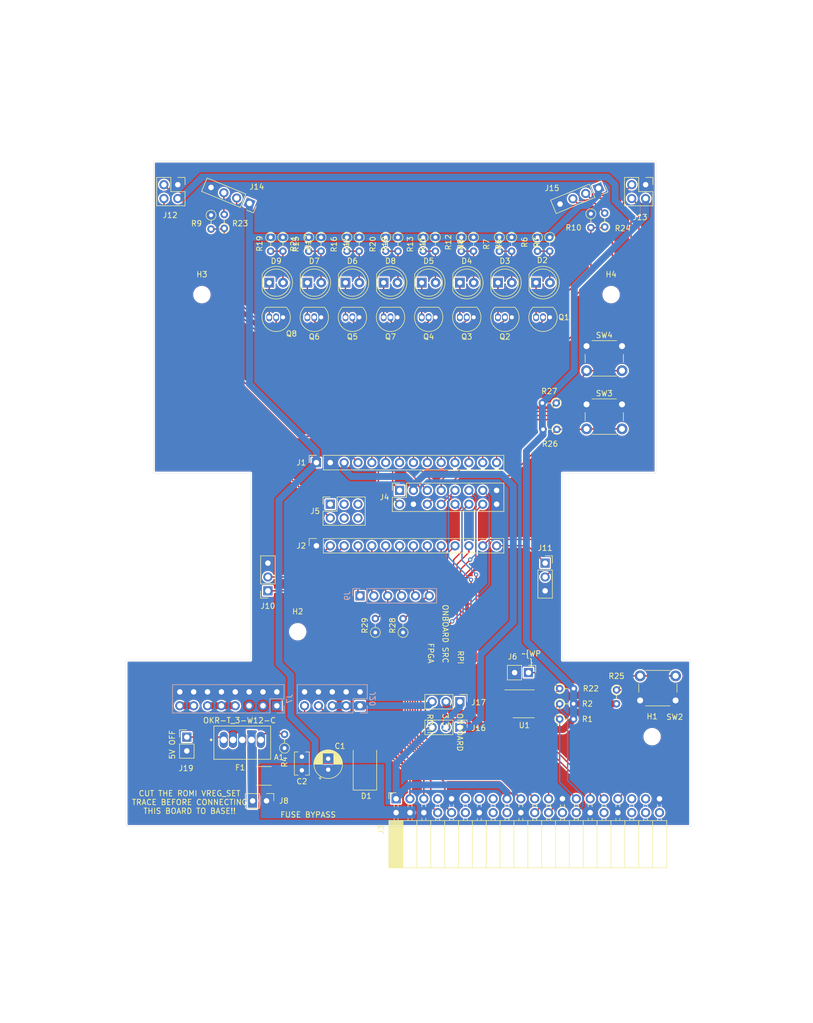
<source format=kicad_pcb>
(kicad_pcb (version 20171130) (host pcbnew "(5.1.2)-1")
  (layers (0 F.Cu signal) (31 B.Cu signal) (34 B.Paste user) (35 F.Paste user) (36 B.SilkS user) (37 F.SilkS user) (38 B.Mask user) (39 F.Mask user) (44 Edge.Cuts user))
  (net 0 "")
  (net 1 "Net-(A1-Pad1)")
  (net 2 GND)
  (net 3 "Net-(A1-Pad5)")
  (net 4 +5V)
  (net 5 "Net-(D2-Pad1)")
  (net 6 "Net-(D2-Pad2)")
  (net 7 "Net-(D3-Pad2)")
  (net 8 "Net-(D3-Pad1)")
  (net 9 "Net-(D4-Pad2)")
  (net 10 "Net-(D4-Pad1)")
  (net 11 "Net-(D5-Pad1)")
  (net 12 "Net-(D5-Pad2)")
  (net 13 "Net-(D6-Pad1)")
  (net 14 "Net-(D6-Pad2)")
  (net 15 "Net-(D7-Pad2)")
  (net 16 "Net-(D7-Pad1)")
  (net 17 "Net-(D8-Pad1)")
  (net 18 "Net-(D8-Pad2)")
  (net 19 "Net-(D9-Pad2)")
  (net 20 "Net-(D9-Pad1)")
  (net 21 /FPGA_BTN0)
  (net 22 /FPGA_BTN1)
  (net 23 /RPI_TXD)
  (net 24 /RPI_RXD)
  (net 25 /SONL_TRIG)
  (net 26 /SONL_ECHO)
  (net 27 /SONR_TRIG)
  (net 28 /SONR_ECHO)
  (net 29 /QTRR_CTRL)
  (net 30 /QTRR_OUT)
  (net 31 /QTRL_CTRL)
  (net 32 /QTRL_OUT)
  (net 33 /ROMI_ENC_RB)
  (net 34 /ROMI_ENC_RA)
  (net 35 /ROMI_ENC_LB)
  (net 36 /ROMI_ENC_LA)
  (net 37 /ROMI_PWMR)
  (net 38 /ROMI_DIRR)
  (net 39 /ROMI_~SLPR)
  (net 40 /ROMI_PWML)
  (net 41 /ROMI_DIRL)
  (net 42 /ROMI_~SLPL)
  (net 43 /FPGA_LED0)
  (net 44 /FPGA_3.3V_OUT)
  (net 45 /RPI_3.3V_OUT)
  (net 46 /FPGA_SDI)
  (net 47 /FPGA_SDO)
  (net 48 /FPGA_SCK)
  (net 49 /FPGA_SS)
  (net 50 /RPI_ID_SD)
  (net 51 /RPI_ID_SC)
  (net 52 /FPGA_~HOLD)
  (net 53 /FPGA_~WP)
  (net 54 /FPGA_LED1)
  (net 55 /FPGA_LED4)
  (net 56 /FPGA_LED2)
  (net 57 /FPGA_LED5)
  (net 58 /FPGA_LED3)
  (net 59 /FPGA_LED6)
  (net 60 /FPGA_LED7)
  (net 61 "Net-(J6-Pad1)")
  (net 62 +3V3)
  (net 63 "Net-(J14-Pad3)")
  (net 64 "Net-(J15-Pad3)")
  (net 65 "Net-(J16-Pad2)")
  (net 66 /ROMI_3V3)
  (net 67 +BATT)
  (net 68 /ROMI_SHDN)
  (net 69 /ROMI_PG)
  (net 70 /FPGA_HBA_INT)
  (net 71 /RPI_BTN0)
  (net 72 /VB)
  (net 73 /VRP)
  (net 74 /VREG_OUT)
  (net 75 "Net-(J3-Pad7)")
  (net 76 /RPI_GPIO17)
  (net 77 /RPI_GPIO18)
  (net 78 "Net-(J3-Pad13)")
  (net 79 /RPI_GPIO22)
  (net 80 /RPI_GPIO23)
  (net 81 /RPI_GPIO24)
  (net 82 /RPI_GPIO7)
  (net 83 /RPI_GPIO12)
  (net 84 /RPI_GPIO19)
  (net 85 /RPI_GPIO16)
  (net 86 "Net-(J3-Pad37)")
  (net 87 /RPI_GPIO20)
  (net 88 /RPI_GPIO21)
  (net 89 /FPGA_USB_N)
  (net 90 /FPGA_USB_P)
  (net 91 /FPGA_USB_PU)
  (net 92 /FPGA_LED)
  (net 93 /FPGA_CLK)
  (module MountingHole:MountingHole_2.7mm_M2.5 (layer F.Cu) (at 141.6304 52.4002)
    (fp_text reference H4 (at 0 -3.7) (layer F.SilkS))
    (fp_text value MountingHole)
    (pad 1 np_thru_hole circle (at 0 0) (size 2.7 2.7) (drill 2.7) (layers *.Cu *.Mask))
  )
  (module MountingHole:MountingHole_2.7mm_M2.5 (layer F.Cu) (at 66.6496 52.4002)
    (fp_text reference H3 (at 0 -3.7) (layer F.SilkS))
    (fp_text value MountingHole)
    (pad 1 np_thru_hole circle (at 0 0) (size 2.7 2.7) (drill 2.7) (layers *.Cu *.Mask))
  )
  (module MountingHole:MountingHole_2.7mm_M2.5 (layer F.Cu) (at 84.201 114.173)
    (fp_text reference H2 (at 0 -3.7) (layer F.SilkS))
    (fp_text value MountingHole)
    (pad 1 np_thru_hole circle (at 0 0) (size 2.7 2.7) (drill 2.7) (layers *.Cu *.Mask))
  )
  (module MountingHole:MountingHole_2.7mm_M2.5 (layer F.Cu) (at 149.1432 133.399699)
    (fp_text reference H1 (at 0 -3.7) (layer F.SilkS))
    (fp_text value MountingHole)
    (pad 1 np_thru_hole circle (at 0 0) (size 2.7 2.7) (drill 2.7) (layers *.Cu *.Mask))
  )
  (module Resistor_THT:R_Axial_DIN0204_L3.6mm_D1.6mm_P2.54mm_Vertical (layer F.Cu) (at 98.425 114.3 90)
    (fp_text reference R29 (at 1.27 -1.92 90) (layer F.SilkS))
    (fp_text value 3.9k)
    (pad 2 thru_hole oval (at 2.54 0 90) (size 1.4 1.4) (drill 0.7) (layers *.Cu *.Mask) (net 40 /ROMI_PWML))
    (pad 1 thru_hole circle (at 0 0 90) (size 1.4 1.4) (drill 0.7) (layers *.Cu *.Mask) (net 2 GND))
  )
  (module Resistor_THT:R_Axial_DIN0204_L3.6mm_D1.6mm_P2.54mm_Vertical (layer F.Cu) (at 103.505 114.3 90)
    (fp_text reference R28 (at 1.27 -1.92 90) (layer F.SilkS))
    (fp_text value 3.9k)
    (pad 2 thru_hole oval (at 2.54 0 90) (size 1.4 1.4) (drill 0.7) (layers *.Cu *.Mask) (net 37 /ROMI_PWMR))
    (pad 1 thru_hole circle (at 0 0 90) (size 1.4 1.4) (drill 0.7) (layers *.Cu *.Mask) (net 2 GND))
  )
  (module Connector_PinSocket_2.54mm:PinSocket_2x03_P2.54mm_Vertical (layer F.Cu) (at 90.17 90.805 90)
    (fp_text reference J5 (at -1.27 -2.77 180) (layer F.SilkS))
    (fp_text value TINYFPGA_J5)
    (pad 6 thru_hole oval (at -2.54 5.08 90) (size 1.7 1.7) (drill 1) (layers *.Cu *.Mask) (net 89 /FPGA_USB_N))
    (pad 5 thru_hole oval (at 0 5.08 90) (size 1.7 1.7) (drill 1) (layers *.Cu *.Mask) (net 90 /FPGA_USB_P))
    (pad 4 thru_hole oval (at -2.54 2.54 90) (size 1.7 1.7) (drill 1) (layers *.Cu *.Mask) (net 91 /FPGA_USB_PU))
    (pad 3 thru_hole oval (at 0 2.54 90) (size 1.7 1.7) (drill 1) (layers *.Cu *.Mask) (net 92 /FPGA_LED))
    (pad 2 thru_hole oval (at -2.54 0 90) (size 1.7 1.7) (drill 1) (layers *.Cu *.Mask) (net 31 /QTRL_CTRL))
    (pad 1 thru_hole rect (at 0 0 90) (size 1.7 1.7) (drill 1) (layers *.Cu *.Mask) (net 93 /FPGA_CLK))
  )
  (module Connector_PinSocket_2.54mm:PinSocket_2x08_P2.54mm_Vertical (layer F.Cu) (at 102.87 88.265 90)
    (fp_text reference J4 (at -1.27 -2.77 180) (layer F.SilkS))
    (fp_text value TINYFPGA_J4)
    (pad 16 thru_hole oval (at -2.54 17.78 90) (size 1.7 1.7) (drill 1) (layers *.Cu *.Mask) (net 2 GND))
    (pad 15 thru_hole oval (at 0 17.78 90) (size 1.7 1.7) (drill 1) (layers *.Cu *.Mask) (net 2 GND))
    (pad 14 thru_hole oval (at -2.54 15.24 90) (size 1.7 1.7) (drill 1) (layers *.Cu *.Mask) (net 49 /FPGA_SS))
    (pad 13 thru_hole oval (at 0 15.24 90) (size 1.7 1.7) (drill 1) (layers *.Cu *.Mask) (net 47 /FPGA_SDO))
    (pad 12 thru_hole oval (at -2.54 12.7 90) (size 1.7 1.7) (drill 1) (layers *.Cu *.Mask) (net 46 /FPGA_SDI))
    (pad 11 thru_hole oval (at 0 12.7 90) (size 1.7 1.7) (drill 1) (layers *.Cu *.Mask) (net 48 /FPGA_SCK))
    (pad 10 thru_hole oval (at -2.54 10.16 90) (size 1.7 1.7) (drill 1) (layers *.Cu *.Mask) (net 53 /FPGA_~WP))
    (pad 9 thru_hole oval (at 0 10.16 90) (size 1.7 1.7) (drill 1) (layers *.Cu *.Mask) (net 52 /FPGA_~HOLD))
    (pad 8 thru_hole oval (at -2.54 7.62 90) (size 1.7 1.7) (drill 1) (layers *.Cu *.Mask) (net 21 /FPGA_BTN0))
    (pad 7 thru_hole oval (at 0 7.62 90) (size 1.7 1.7) (drill 1) (layers *.Cu *.Mask) (net 27 /SONR_TRIG))
    (pad 6 thru_hole oval (at -2.54 5.08 90) (size 1.7 1.7) (drill 1) (layers *.Cu *.Mask) (net 54 /FPGA_LED1))
    (pad 5 thru_hole oval (at 0 5.08 90) (size 1.7 1.7) (drill 1) (layers *.Cu *.Mask) (net 58 /FPGA_LED3))
    (pad 4 thru_hole oval (at -2.54 2.54 90) (size 1.7 1.7) (drill 1) (layers *.Cu *.Mask) (net 2 GND))
    (pad 3 thru_hole oval (at 0 2.54 90) (size 1.7 1.7) (drill 1) (layers *.Cu *.Mask) (net 44 /FPGA_3.3V_OUT))
    (pad 2 thru_hole oval (at -2.54 0 90) (size 1.7 1.7) (drill 1) (layers *.Cu *.Mask) (net 25 /SONL_TRIG))
    (pad 1 thru_hole rect (at 0 0 90) (size 1.7 1.7) (drill 1) (layers *.Cu *.Mask) (net 59 /FPGA_LED6))
  )
  (module Connector_PinHeader_2.54mm:PinHeader_2x08_P2.54mm_Vertical (layer B.Cu) (at 80.3783 127.73406 90)
    (fp_text reference J7 (at 1.27 2.33 -90) (layer B.SilkS) (effects (justify mirror)))
    (fp_text value ROMI_VSW)
    (pad 16 thru_hole oval (at 2.54 -17.78 90) (size 1.7 1.7) (drill 1) (layers *.Cu *.Mask) (net 2 GND))
    (pad 15 thru_hole oval (at 0 -17.78 90) (size 1.7 1.7) (drill 1) (layers *.Cu *.Mask) (net 72 /VB))
    (pad 14 thru_hole oval (at 2.54 -15.24 90) (size 1.7 1.7) (drill 1) (layers *.Cu *.Mask) (net 2 GND))
    (pad 13 thru_hole oval (at 0 -15.24 90) (size 1.7 1.7) (drill 1) (layers *.Cu *.Mask) (net 72 /VB))
    (pad 12 thru_hole oval (at 2.54 -12.7 90) (size 1.7 1.7) (drill 1) (layers *.Cu *.Mask) (net 2 GND))
    (pad 11 thru_hole oval (at 0 -12.7 90) (size 1.7 1.7) (drill 1) (layers *.Cu *.Mask) (net 73 /VRP))
    (pad 10 thru_hole oval (at 2.54 -10.16 90) (size 1.7 1.7) (drill 1) (layers *.Cu *.Mask) (net 2 GND))
    (pad 9 thru_hole oval (at 0 -10.16 90) (size 1.7 1.7) (drill 1) (layers *.Cu *.Mask) (net 73 /VRP))
    (pad 8 thru_hole oval (at 2.54 -7.62 90) (size 1.7 1.7) (drill 1) (layers *.Cu *.Mask) (net 2 GND))
    (pad 7 thru_hole oval (at 0 -7.62 90) (size 1.7 1.7) (drill 1) (layers *.Cu *.Mask) (net 73 /VRP))
    (pad 6 thru_hole oval (at 2.54 -5.08 90) (size 1.7 1.7) (drill 1) (layers *.Cu *.Mask) (net 2 GND))
    (pad 5 thru_hole oval (at 0 -5.08 90) (size 1.7 1.7) (drill 1) (layers *.Cu *.Mask) (net 67 +BATT))
    (pad 4 thru_hole oval (at 2.54 -2.54 90) (size 1.7 1.7) (drill 1) (layers *.Cu *.Mask) (net 2 GND))
    (pad 3 thru_hole oval (at 0 -2.54 90) (size 1.7 1.7) (drill 1) (layers *.Cu *.Mask) (net 67 +BATT))
    (pad 2 thru_hole oval (at 2.54 0 90) (size 1.7 1.7) (drill 1) (layers *.Cu *.Mask) (net 2 GND))
    (pad 1 thru_hole rect (at 0 0 90) (size 1.7 1.7) (drill 1) (layers *.Cu *.Mask) (net 67 +BATT))
  )
  (module Connector_PinHeader_2.54mm:PinHeader_2x05_P2.54mm_Vertical (layer B.Cu) (at 95.6183 127.73406 90)
    (fp_text reference J20 (at 1.27 2.33 90) (layer B.SilkS) (effects (justify mirror)))
    (fp_text value ROMI_POWER)
    (pad 10 thru_hole oval (at 2.54 -10.16 90) (size 1.7 1.7) (drill 1) (layers *.Cu *.Mask) (net 2 GND))
    (pad 9 thru_hole oval (at 0 -10.16 90) (size 1.7 1.7) (drill 1) (layers *.Cu *.Mask) (net 68 /ROMI_SHDN))
    (pad 8 thru_hole oval (at 2.54 -7.62 90) (size 1.7 1.7) (drill 1) (layers *.Cu *.Mask) (net 2 GND))
    (pad 7 thru_hole oval (at 0 -7.62 90) (size 1.7 1.7) (drill 1) (layers *.Cu *.Mask) (net 69 /ROMI_PG))
    (pad 6 thru_hole oval (at 2.54 -5.08 90) (size 1.7 1.7) (drill 1) (layers *.Cu *.Mask) (net 2 GND))
    (pad 5 thru_hole oval (at 0 -5.08 90) (size 1.7 1.7) (drill 1) (layers *.Cu *.Mask) (net 66 /ROMI_3V3))
    (pad 4 thru_hole oval (at 2.54 -2.54 90) (size 1.7 1.7) (drill 1) (layers *.Cu *.Mask) (net 2 GND))
    (pad 3 thru_hole oval (at 0 -2.54 90) (size 1.7 1.7) (drill 1) (layers *.Cu *.Mask) (net 66 /ROMI_3V3))
    (pad 2 thru_hole oval (at 2.54 0 90) (size 1.7 1.7) (drill 1) (layers *.Cu *.Mask) (net 2 GND))
    (pad 1 thru_hole rect (at 0 0 90) (size 1.7 1.7) (drill 1) (layers *.Cu *.Mask) (net 66 /ROMI_3V3))
  )
  (module Connector_PinHeader_2.54mm:PinHeader_1x06_P2.54mm_Vertical (layer B.Cu) (at 95.6183 107.5944 270)
    (fp_text reference J9 (at 0 2.33 90) (layer B.SilkS) (effects (justify mirror)))
    (fp_text value ROMI_MOTOR_DRIVE)
    (pad 6 thru_hole oval (at 0 -12.7 270) (size 1.7 1.7) (drill 1) (layers *.Cu *.Mask) (net 37 /ROMI_PWMR))
    (pad 5 thru_hole oval (at 0 -10.16 270) (size 1.7 1.7) (drill 1) (layers *.Cu *.Mask) (net 38 /ROMI_DIRR))
    (pad 4 thru_hole oval (at 0 -7.62 270) (size 1.7 1.7) (drill 1) (layers *.Cu *.Mask) (net 39 /ROMI_~SLPR))
    (pad 3 thru_hole oval (at 0 -5.08 270) (size 1.7 1.7) (drill 1) (layers *.Cu *.Mask) (net 40 /ROMI_PWML))
    (pad 2 thru_hole oval (at 0 -2.54 270) (size 1.7 1.7) (drill 1) (layers *.Cu *.Mask) (net 41 /ROMI_DIRL))
    (pad 1 thru_hole rect (at 0 0 270) (size 1.7 1.7) (drill 1) (layers *.Cu *.Mask) (net 42 /ROMI_~SLPL))
  )
  (module LED_THT:LED_D5.0mm_Clear (layer F.Cu) (at 127.88138 50.20818)
    (fp_text reference D2 (at 1.15062 -4.10718) (layer F.SilkS))
    (fp_text value LED)
    (pad 1 thru_hole rect (at 0 0) (size 1.8 1.8) (drill 0.9) (layers *.Cu *.Mask) (net 5 "Net-(D2-Pad1)"))
    (pad 2 thru_hole circle (at 2.54 0) (size 1.8 1.8) (drill 0.9) (layers *.Cu *.Mask) (net 6 "Net-(D2-Pad2)"))
  )
  (module custom:Murata_OKR-T-3_P73 (layer F.Cu) (at 74.041 133.985)
    (fp_text reference A1 (at 6.731 3.175) (layer F.SilkS) (effects (font (size 1.00146 1.00146))))
    (fp_text value OKR-T_3-W12-C (at -0.508 -3.556) (layer F.SilkS) (effects (font (size 1.00123 1.00123))))
    (pad 5 thru_hole oval (at 3.4 0 90) (size 3 1.5) (drill 1.19) (layers *.Cu *.Mask) (net 3 "Net-(A1-Pad5)"))
    (pad 4 thru_hole oval (at 1.7 0 90) (size 3 1.5) (drill 1.19) (layers *.Cu *.Mask) (net 74 /VREG_OUT))
    (pad 3 thru_hole oval (at 0 0 90) (size 3 1.5) (drill 1.19) (layers *.Cu *.Mask) (net 2 GND))
    (pad 2 thru_hole oval (at -1.7 0 90) (size 3 1.5) (drill 1.19) (layers *.Cu *.Mask) (net 67 +BATT))
    (pad 1 thru_hole oval (at -3.4 0 90) (size 3 1.5) (drill 1.19) (layers *.Cu *.Mask) (net 1 "Net-(A1-Pad1)"))
  )
  (module Capacitor_THT:CP_Radial_D5.0mm_P2.00mm (layer F.Cu) (at 89.789 139.446 90)
    (fp_text reference C1 (at 4.318 2.159 180) (layer F.SilkS))
    (fp_text value 22uF)
    (pad 1 thru_hole rect (at 0 0 90) (size 1.6 1.6) (drill 0.8) (layers *.Cu *.Mask) (net 4 +5V))
    (pad 2 thru_hole circle (at 2 0 90) (size 1.6 1.6) (drill 0.8) (layers *.Cu *.Mask) (net 2 GND))
  )
  (module Capacitor_THT:C_Rect_L4.0mm_W2.5mm_P2.50mm (layer F.Cu) (at 84.963 139.573 90)
    (fp_text reference C2 (at -2.032 0 180) (layer F.SilkS))
    (fp_text value 1uF)
    (pad 1 thru_hole circle (at 0 0 90) (size 1.6 1.6) (drill 0.8) (layers *.Cu *.Mask) (net 4 +5V))
    (pad 2 thru_hole circle (at 2.5 0 90) (size 1.6 1.6) (drill 0.8) (layers *.Cu *.Mask) (net 2 GND))
  )
  (module Diode_SMD:D_SMB_Handsoldering (layer F.Cu) (at 96.52 138.59 90)
    (fp_text reference D1 (at -5.682 0.254 180) (layer F.SilkS))
    (fp_text value SMBJ5.0A)
    (pad 1 smd rect (at -2.7 0 90) (size 3.5 2.3) (layers F.Cu F.Paste F.Mask) (net 4 +5V))
    (pad 2 smd rect (at 2.7 0 90) (size 3.5 2.3) (layers F.Cu F.Paste F.Mask) (net 2 GND))
  )
  (module LED_THT:LED_D5.0mm_Clear (layer F.Cu) (at 120.89638 50.20818)
    (fp_text reference D3 (at 1.27 -3.96) (layer F.SilkS))
    (fp_text value LED)
    (pad 2 thru_hole circle (at 2.54 0) (size 1.8 1.8) (drill 0.9) (layers *.Cu *.Mask) (net 7 "Net-(D3-Pad2)"))
    (pad 1 thru_hole rect (at 0 0) (size 1.8 1.8) (drill 0.9) (layers *.Cu *.Mask) (net 8 "Net-(D3-Pad1)"))
  )
  (module LED_THT:LED_D5.0mm_Clear (layer F.Cu) (at 113.91138 50.20818)
    (fp_text reference D4 (at 1.27 -3.96) (layer F.SilkS))
    (fp_text value LED)
    (pad 2 thru_hole circle (at 2.54 0) (size 1.8 1.8) (drill 0.9) (layers *.Cu *.Mask) (net 9 "Net-(D4-Pad2)"))
    (pad 1 thru_hole rect (at 0 0) (size 1.8 1.8) (drill 0.9) (layers *.Cu *.Mask) (net 10 "Net-(D4-Pad1)"))
  )
  (module LED_THT:LED_D5.0mm_Clear (layer F.Cu) (at 106.92638 50.20818)
    (fp_text reference D5 (at 1.27 -3.96) (layer F.SilkS))
    (fp_text value LED)
    (pad 1 thru_hole rect (at 0 0) (size 1.8 1.8) (drill 0.9) (layers *.Cu *.Mask) (net 11 "Net-(D5-Pad1)"))
    (pad 2 thru_hole circle (at 2.54 0) (size 1.8 1.8) (drill 0.9) (layers *.Cu *.Mask) (net 12 "Net-(D5-Pad2)"))
  )
  (module LED_THT:LED_D5.0mm_Clear (layer F.Cu) (at 92.95638 50.20818)
    (fp_text reference D6 (at 1.27 -3.96) (layer F.SilkS))
    (fp_text value LED)
    (pad 1 thru_hole rect (at 0 0) (size 1.8 1.8) (drill 0.9) (layers *.Cu *.Mask) (net 13 "Net-(D6-Pad1)"))
    (pad 2 thru_hole circle (at 2.54 0) (size 1.8 1.8) (drill 0.9) (layers *.Cu *.Mask) (net 14 "Net-(D6-Pad2)"))
  )
  (module LED_THT:LED_D5.0mm_Clear (layer F.Cu) (at 85.97138 50.20818)
    (fp_text reference D7 (at 1.27 -3.96) (layer F.SilkS))
    (fp_text value LED)
    (pad 2 thru_hole circle (at 2.54 0) (size 1.8 1.8) (drill 0.9) (layers *.Cu *.Mask) (net 15 "Net-(D7-Pad2)"))
    (pad 1 thru_hole rect (at 0 0) (size 1.8 1.8) (drill 0.9) (layers *.Cu *.Mask) (net 16 "Net-(D7-Pad1)"))
  )
  (module LED_THT:LED_D5.0mm_Clear (layer F.Cu) (at 99.94138 50.20818)
    (fp_text reference D8 (at 1.27 -3.96) (layer F.SilkS))
    (fp_text value LED)
    (pad 1 thru_hole rect (at 0 0) (size 1.8 1.8) (drill 0.9) (layers *.Cu *.Mask) (net 17 "Net-(D8-Pad1)"))
    (pad 2 thru_hole circle (at 2.54 0) (size 1.8 1.8) (drill 0.9) (layers *.Cu *.Mask) (net 18 "Net-(D8-Pad2)"))
  )
  (module LED_THT:LED_D5.0mm_Clear (layer F.Cu) (at 78.98638 50.20818)
    (fp_text reference D9 (at 1.27 -3.96) (layer F.SilkS))
    (fp_text value LED)
    (pad 2 thru_hole circle (at 2.54 0) (size 1.8 1.8) (drill 0.9) (layers *.Cu *.Mask) (net 19 "Net-(D9-Pad2)"))
    (pad 1 thru_hole rect (at 0 0) (size 1.8 1.8) (drill 0.9) (layers *.Cu *.Mask) (net 20 "Net-(D9-Pad1)"))
  )
  (module Fuse:Fuse_1812_4532Metric_Pad1.30x3.40mm_HandSolder (layer F.Cu) (at 77.978 140.589 180)
    (fp_text reference F1 (at 4.318 1.524) (layer F.SilkS))
    (fp_text value " MF-MSMF250/16X-2")
    (pad 1 smd roundrect (at -2.225 0 180) (size 1.3 3.4) (layers F.Cu F.Paste F.Mask) (roundrect_rratio 0.192308) (net 4 +5V))
    (pad 2 smd roundrect (at 2.225 0 180) (size 1.3 3.4) (layers F.Cu F.Paste F.Mask) (roundrect_rratio 0.192308) (net 74 /VREG_OUT))
  )
  (module Connector_PinSocket_2.54mm:PinSocket_1x14_P2.54mm_Vertical (layer F.Cu) (at 87.63 83.185 90)
    (fp_text reference J1 (at 0 -2.77 180) (layer F.SilkS))
    (fp_text value TINYFPGA_J1)
    (pad 1 thru_hole rect (at 0 0 90) (size 1.7 1.7) (drill 1) (layers *.Cu *.Mask) (net 4 +5V))
    (pad 2 thru_hole oval (at 0 2.54 90) (size 1.7 1.7) (drill 1) (layers *.Cu *.Mask) (net 2 GND))
    (pad 3 thru_hole oval (at 0 5.08 90) (size 1.7 1.7) (drill 1) (layers *.Cu *.Mask) (net 44 /FPGA_3.3V_OUT))
    (pad 4 thru_hole oval (at 0 7.62 90) (size 1.7 1.7) (drill 1) (layers *.Cu *.Mask) (net 32 /QTRL_OUT))
    (pad 5 thru_hole oval (at 0 10.16 90) (size 1.7 1.7) (drill 1) (layers *.Cu *.Mask) (net 26 /SONL_ECHO))
    (pad 6 thru_hole oval (at 0 12.7 90) (size 1.7 1.7) (drill 1) (layers *.Cu *.Mask) (net 60 /FPGA_LED7))
    (pad 7 thru_hole oval (at 0 15.24 90) (size 1.7 1.7) (drill 1) (layers *.Cu *.Mask) (net 56 /FPGA_LED2))
    (pad 8 thru_hole oval (at 0 17.78 90) (size 1.7 1.7) (drill 1) (layers *.Cu *.Mask) (net 57 /FPGA_LED5))
    (pad 9 thru_hole oval (at 0 20.32 90) (size 1.7 1.7) (drill 1) (layers *.Cu *.Mask) (net 55 /FPGA_LED4))
    (pad 10 thru_hole oval (at 0 22.86 90) (size 1.7 1.7) (drill 1) (layers *.Cu *.Mask) (net 43 /FPGA_LED0))
    (pad 11 thru_hole oval (at 0 25.4 90) (size 1.7 1.7) (drill 1) (layers *.Cu *.Mask) (net 28 /SONR_ECHO))
    (pad 12 thru_hole oval (at 0 27.94 90) (size 1.7 1.7) (drill 1) (layers *.Cu *.Mask) (net 22 /FPGA_BTN1))
    (pad 13 thru_hole oval (at 0 30.48 90) (size 1.7 1.7) (drill 1) (layers *.Cu *.Mask) (net 30 /QTRR_OUT))
    (pad 14 thru_hole oval (at 0 33.02 90) (size 1.7 1.7) (drill 1) (layers *.Cu *.Mask) (net 29 /QTRR_CTRL))
  )
  (module Connector_PinSocket_2.54mm:PinSocket_1x14_P2.54mm_Vertical (layer F.Cu) (at 87.63 98.425 90)
    (fp_text reference J2 (at 0 -2.77 180) (layer F.SilkS))
    (fp_text value TINYFPGA_J2)
    (pad 14 thru_hole oval (at 0 33.02 90) (size 1.7 1.7) (drill 1) (layers *.Cu *.Mask) (net 34 /ROMI_ENC_RA))
    (pad 13 thru_hole oval (at 0 30.48 90) (size 1.7 1.7) (drill 1) (layers *.Cu *.Mask) (net 33 /ROMI_ENC_RB))
    (pad 12 thru_hole oval (at 0 27.94 90) (size 1.7 1.7) (drill 1) (layers *.Cu *.Mask) (net 70 /FPGA_HBA_INT))
    (pad 11 thru_hole oval (at 0 25.4 90) (size 1.7 1.7) (drill 1) (layers *.Cu *.Mask) (net 24 /RPI_RXD))
    (pad 10 thru_hole oval (at 0 22.86 90) (size 1.7 1.7) (drill 1) (layers *.Cu *.Mask) (net 23 /RPI_TXD))
    (pad 9 thru_hole oval (at 0 20.32 90) (size 1.7 1.7) (drill 1) (layers *.Cu *.Mask) (net 37 /ROMI_PWMR))
    (pad 8 thru_hole oval (at 0 17.78 90) (size 1.7 1.7) (drill 1) (layers *.Cu *.Mask) (net 38 /ROMI_DIRR))
    (pad 7 thru_hole oval (at 0 15.24 90) (size 1.7 1.7) (drill 1) (layers *.Cu *.Mask) (net 39 /ROMI_~SLPR))
    (pad 6 thru_hole oval (at 0 12.7 90) (size 1.7 1.7) (drill 1) (layers *.Cu *.Mask) (net 40 /ROMI_PWML))
    (pad 5 thru_hole oval (at 0 10.16 90) (size 1.7 1.7) (drill 1) (layers *.Cu *.Mask) (net 41 /ROMI_DIRL))
    (pad 4 thru_hole oval (at 0 7.62 90) (size 1.7 1.7) (drill 1) (layers *.Cu *.Mask) (net 42 /ROMI_~SLPL))
    (pad 3 thru_hole oval (at 0 5.08 90) (size 1.7 1.7) (drill 1) (layers *.Cu *.Mask) (net 36 /ROMI_ENC_LA))
    (pad 2 thru_hole oval (at 0 2.54 90) (size 1.7 1.7) (drill 1) (layers *.Cu *.Mask) (net 35 /ROMI_ENC_LB))
    (pad 1 thru_hole rect (at 0 0 90) (size 1.7 1.7) (drill 1) (layers *.Cu *.Mask) (net 2 GND))
  )
  (module Connector_PinSocket_2.54mm:PinSocket_2x20_P2.54mm_Horizontal (layer F.Cu) (at 102.235 144.78 90)
    (fp_text reference J3 (at -5.65 -2.77 90) (layer F.SilkS))
    (fp_text value Raspberry_Pi_2_3)
    (pad 1 thru_hole rect (at 0 0 90) (size 1.7 1.7) (drill 1) (layers *.Cu *.Mask) (net 45 /RPI_3.3V_OUT))
    (pad 2 thru_hole oval (at -2.54 0 90) (size 1.7 1.7) (drill 1) (layers *.Cu *.Mask) (net 4 +5V))
    (pad 3 thru_hole oval (at 0 2.54 90) (size 1.7 1.7) (drill 1) (layers *.Cu *.Mask) (net 68 /ROMI_SHDN))
    (pad 4 thru_hole oval (at -2.54 2.54 90) (size 1.7 1.7) (drill 1) (layers *.Cu *.Mask) (net 4 +5V))
    (pad 5 thru_hole oval (at 0 5.08 90) (size 1.7 1.7) (drill 1) (layers *.Cu *.Mask) (net 69 /ROMI_PG))
    (pad 6 thru_hole oval (at -2.54 5.08 90) (size 1.7 1.7) (drill 1) (layers *.Cu *.Mask) (net 2 GND))
    (pad 7 thru_hole oval (at 0 7.62 90) (size 1.7 1.7) (drill 1) (layers *.Cu *.Mask) (net 75 "Net-(J3-Pad7)"))
    (pad 8 thru_hole oval (at -2.54 7.62 90) (size 1.7 1.7) (drill 1) (layers *.Cu *.Mask) (net 23 /RPI_TXD))
    (pad 9 thru_hole oval (at 0 10.16 90) (size 1.7 1.7) (drill 1) (layers *.Cu *.Mask) (net 2 GND))
    (pad 10 thru_hole oval (at -2.54 10.16 90) (size 1.7 1.7) (drill 1) (layers *.Cu *.Mask) (net 24 /RPI_RXD))
    (pad 11 thru_hole oval (at 0 12.7 90) (size 1.7 1.7) (drill 1) (layers *.Cu *.Mask) (net 76 /RPI_GPIO17))
    (pad 12 thru_hole oval (at -2.54 12.7 90) (size 1.7 1.7) (drill 1) (layers *.Cu *.Mask) (net 77 /RPI_GPIO18))
    (pad 13 thru_hole oval (at 0 15.24 90) (size 1.7 1.7) (drill 1) (layers *.Cu *.Mask) (net 78 "Net-(J3-Pad13)"))
    (pad 14 thru_hole oval (at -2.54 15.24 90) (size 1.7 1.7) (drill 1) (layers *.Cu *.Mask) (net 2 GND))
    (pad 15 thru_hole oval (at 0 17.78 90) (size 1.7 1.7) (drill 1) (layers *.Cu *.Mask) (net 79 /RPI_GPIO22))
    (pad 16 thru_hole oval (at -2.54 17.78 90) (size 1.7 1.7) (drill 1) (layers *.Cu *.Mask) (net 80 /RPI_GPIO23))
    (pad 17 thru_hole oval (at 0 20.32 90) (size 1.7 1.7) (drill 1) (layers *.Cu *.Mask) (net 45 /RPI_3.3V_OUT))
    (pad 18 thru_hole oval (at -2.54 20.32 90) (size 1.7 1.7) (drill 1) (layers *.Cu *.Mask) (net 81 /RPI_GPIO24))
    (pad 19 thru_hole oval (at 0 22.86 90) (size 1.7 1.7) (drill 1) (layers *.Cu *.Mask) (net 46 /FPGA_SDI))
    (pad 20 thru_hole oval (at -2.54 22.86 90) (size 1.7 1.7) (drill 1) (layers *.Cu *.Mask) (net 2 GND))
    (pad 21 thru_hole oval (at 0 25.4 90) (size 1.7 1.7) (drill 1) (layers *.Cu *.Mask) (net 47 /FPGA_SDO))
    (pad 22 thru_hole oval (at -2.54 25.4 90) (size 1.7 1.7) (drill 1) (layers *.Cu *.Mask) (net 70 /FPGA_HBA_INT))
    (pad 23 thru_hole oval (at 0 27.94 90) (size 1.7 1.7) (drill 1) (layers *.Cu *.Mask) (net 48 /FPGA_SCK))
    (pad 24 thru_hole oval (at -2.54 27.94 90) (size 1.7 1.7) (drill 1) (layers *.Cu *.Mask) (net 49 /FPGA_SS))
    (pad 25 thru_hole oval (at 0 30.48 90) (size 1.7 1.7) (drill 1) (layers *.Cu *.Mask) (net 2 GND))
    (pad 26 thru_hole oval (at -2.54 30.48 90) (size 1.7 1.7) (drill 1) (layers *.Cu *.Mask) (net 82 /RPI_GPIO7))
    (pad 27 thru_hole oval (at 0 33.02 90) (size 1.7 1.7) (drill 1) (layers *.Cu *.Mask) (net 50 /RPI_ID_SD))
    (pad 28 thru_hole oval (at -2.54 33.02 90) (size 1.7 1.7) (drill 1) (layers *.Cu *.Mask) (net 51 /RPI_ID_SC))
    (pad 29 thru_hole oval (at 0 35.56 90) (size 1.7 1.7) (drill 1) (layers *.Cu *.Mask) (net 52 /FPGA_~HOLD))
    (pad 30 thru_hole oval (at -2.54 35.56 90) (size 1.7 1.7) (drill 1) (layers *.Cu *.Mask) (net 2 GND))
    (pad 31 thru_hole oval (at 0 38.1 90) (size 1.7 1.7) (drill 1) (layers *.Cu *.Mask) (net 53 /FPGA_~WP))
    (pad 32 thru_hole oval (at -2.54 38.1 90) (size 1.7 1.7) (drill 1) (layers *.Cu *.Mask) (net 83 /RPI_GPIO12))
    (pad 33 thru_hole oval (at 0 40.64 90) (size 1.7 1.7) (drill 1) (layers *.Cu *.Mask) (net 71 /RPI_BTN0))
    (pad 34 thru_hole oval (at -2.54 40.64 90) (size 1.7 1.7) (drill 1) (layers *.Cu *.Mask) (net 2 GND))
    (pad 35 thru_hole oval (at 0 43.18 90) (size 1.7 1.7) (drill 1) (layers *.Cu *.Mask) (net 84 /RPI_GPIO19))
    (pad 36 thru_hole oval (at -2.54 43.18 90) (size 1.7 1.7) (drill 1) (layers *.Cu *.Mask) (net 85 /RPI_GPIO16))
    (pad 37 thru_hole oval (at 0 45.72 90) (size 1.7 1.7) (drill 1) (layers *.Cu *.Mask) (net 86 "Net-(J3-Pad37)"))
    (pad 38 thru_hole oval (at -2.54 45.72 90) (size 1.7 1.7) (drill 1) (layers *.Cu *.Mask) (net 87 /RPI_GPIO20))
    (pad 39 thru_hole oval (at 0 48.26 90) (size 1.7 1.7) (drill 1) (layers *.Cu *.Mask) (net 2 GND))
    (pad 40 thru_hole oval (at -2.54 48.26 90) (size 1.7 1.7) (drill 1) (layers *.Cu *.Mask) (net 88 /RPI_GPIO21))
  )
  (module Connector_PinSocket_2.54mm:PinSocket_1x03_P2.54mm_Vertical (layer F.Cu) (at 78.74 106.68 180)
    (fp_text reference J10 (at 0 -2.77) (layer F.SilkS))
    (fp_text value ROMI_ENC_LEFT)
    (pad 1 thru_hole rect (at 0 0 180) (size 1.7 1.7) (drill 1) (layers *.Cu *.Mask) (net 36 /ROMI_ENC_LA))
    (pad 2 thru_hole oval (at 0 2.54 180) (size 1.7 1.7) (drill 1) (layers *.Cu *.Mask) (net 35 /ROMI_ENC_LB))
    (pad 3 thru_hole oval (at 0 5.08 180) (size 1.7 1.7) (drill 1) (layers *.Cu *.Mask) (net 2 GND))
  )
  (module Connector_PinSocket_2.54mm:PinSocket_1x03_P2.54mm_Vertical (layer F.Cu) (at 129.54 101.6)
    (fp_text reference J11 (at 0 -2.77) (layer F.SilkS))
    (fp_text value ROMI_ENC_RIGHT)
    (pad 3 thru_hole oval (at 0 5.08) (size 1.7 1.7) (drill 1) (layers *.Cu *.Mask) (net 2 GND))
    (pad 2 thru_hole oval (at 0 2.54) (size 1.7 1.7) (drill 1) (layers *.Cu *.Mask) (net 33 /ROMI_ENC_RB))
    (pad 1 thru_hole rect (at 0 0) (size 1.7 1.7) (drill 1) (layers *.Cu *.Mask) (net 34 /ROMI_ENC_RA))
  )
  (module Connector_PinHeader_2.54mm:PinHeader_1x03_P2.54mm_Vertical (layer F.Cu) (at 113.919 131.699 270)
    (fp_text reference J16 (at 0.127 -3.429 180) (layer F.SilkS))
    (fp_text value PWR_SEL1)
    (pad 3 thru_hole oval (at 0 5.08 270) (size 1.7 1.7) (drill 1) (layers *.Cu *.Mask) (net 45 /RPI_3.3V_OUT))
    (pad 2 thru_hole oval (at 0 2.54 270) (size 1.7 1.7) (drill 1) (layers *.Cu *.Mask) (net 65 "Net-(J16-Pad2)"))
    (pad 1 thru_hole rect (at 0 0 270) (size 1.7 1.7) (drill 1) (layers *.Cu *.Mask) (net 44 /FPGA_3.3V_OUT))
  )
  (module Connector_PinHeader_2.54mm:PinHeader_1x03_P2.54mm_Vertical (layer F.Cu) (at 113.919 127 270)
    (fp_text reference J17 (at 0.127 -3.429 180) (layer F.SilkS))
    (fp_text value PWR_SEL0)
    (pad 1 thru_hole rect (at 0 0 270) (size 1.7 1.7) (drill 1) (layers *.Cu *.Mask) (net 65 "Net-(J16-Pad2)"))
    (pad 2 thru_hole oval (at 0 2.54 270) (size 1.7 1.7) (drill 1) (layers *.Cu *.Mask) (net 62 +3V3))
    (pad 3 thru_hole oval (at 0 5.08 270) (size 1.7 1.7) (drill 1) (layers *.Cu *.Mask) (net 66 /ROMI_3V3))
  )
  (module Package_TO_SOT_THT:TO-92_Inline (layer F.Cu) (at 130.42138 56.55818 180)
    (fp_text reference Q1 (at -2.54 0) (layer F.SilkS))
    (fp_text value 2N7000)
    (pad 1 thru_hole rect (at 0 0 180) (size 1.05 1.5) (drill 0.75) (layers *.Cu *.Mask) (net 2 GND))
    (pad 3 thru_hole oval (at 2.54 0 180) (size 1.05 1.5) (drill 0.75) (layers *.Cu *.Mask) (net 5 "Net-(D2-Pad1)"))
    (pad 2 thru_hole oval (at 1.27 0 180) (size 1.05 1.5) (drill 0.75) (layers *.Cu *.Mask) (net 43 /FPGA_LED0))
  )
  (module Package_TO_SOT_THT:TO-92_Inline (layer F.Cu) (at 123.43638 56.55818 180)
    (fp_text reference Q2 (at 1.27 -3.56) (layer F.SilkS))
    (fp_text value 2N7000)
    (pad 2 thru_hole oval (at 1.27 0 180) (size 1.05 1.5) (drill 0.75) (layers *.Cu *.Mask) (net 55 /FPGA_LED4))
    (pad 3 thru_hole oval (at 2.54 0 180) (size 1.05 1.5) (drill 0.75) (layers *.Cu *.Mask) (net 8 "Net-(D3-Pad1)"))
    (pad 1 thru_hole rect (at 0 0 180) (size 1.05 1.5) (drill 0.75) (layers *.Cu *.Mask) (net 2 GND))
  )
  (module Package_TO_SOT_THT:TO-92_Inline (layer F.Cu) (at 116.45138 56.55818 180)
    (fp_text reference Q3 (at 1.27 -3.56) (layer F.SilkS))
    (fp_text value 2N7000)
    (pad 2 thru_hole oval (at 1.27 0 180) (size 1.05 1.5) (drill 0.75) (layers *.Cu *.Mask) (net 54 /FPGA_LED1))
    (pad 3 thru_hole oval (at 2.54 0 180) (size 1.05 1.5) (drill 0.75) (layers *.Cu *.Mask) (net 10 "Net-(D4-Pad1)"))
    (pad 1 thru_hole rect (at 0 0 180) (size 1.05 1.5) (drill 0.75) (layers *.Cu *.Mask) (net 2 GND))
  )
  (module Package_TO_SOT_THT:TO-92_Inline (layer F.Cu) (at 109.46638 56.55818 180)
    (fp_text reference Q4 (at 1.27 -3.56) (layer F.SilkS))
    (fp_text value 2N7000)
    (pad 2 thru_hole oval (at 1.27 0 180) (size 1.05 1.5) (drill 0.75) (layers *.Cu *.Mask) (net 57 /FPGA_LED5))
    (pad 3 thru_hole oval (at 2.54 0 180) (size 1.05 1.5) (drill 0.75) (layers *.Cu *.Mask) (net 11 "Net-(D5-Pad1)"))
    (pad 1 thru_hole rect (at 0 0 180) (size 1.05 1.5) (drill 0.75) (layers *.Cu *.Mask) (net 2 GND))
  )
  (module Package_TO_SOT_THT:TO-92_Inline (layer F.Cu) (at 95.49638 56.55818 180)
    (fp_text reference Q5 (at 1.27 -3.56) (layer F.SilkS))
    (fp_text value 2N7000)
    (pad 2 thru_hole oval (at 1.27 0 180) (size 1.05 1.5) (drill 0.75) (layers *.Cu *.Mask) (net 56 /FPGA_LED2))
    (pad 3 thru_hole oval (at 2.54 0 180) (size 1.05 1.5) (drill 0.75) (layers *.Cu *.Mask) (net 13 "Net-(D6-Pad1)"))
    (pad 1 thru_hole rect (at 0 0 180) (size 1.05 1.5) (drill 0.75) (layers *.Cu *.Mask) (net 2 GND))
  )
  (module Package_TO_SOT_THT:TO-92_Inline (layer F.Cu) (at 88.51138 56.55818 180)
    (fp_text reference Q6 (at 1.27 -3.56) (layer F.SilkS))
    (fp_text value 2N7000)
    (pad 1 thru_hole rect (at 0 0 180) (size 1.05 1.5) (drill 0.75) (layers *.Cu *.Mask) (net 2 GND))
    (pad 3 thru_hole oval (at 2.54 0 180) (size 1.05 1.5) (drill 0.75) (layers *.Cu *.Mask) (net 16 "Net-(D7-Pad1)"))
    (pad 2 thru_hole oval (at 1.27 0 180) (size 1.05 1.5) (drill 0.75) (layers *.Cu *.Mask) (net 59 /FPGA_LED6))
  )
  (module Package_TO_SOT_THT:TO-92_Inline (layer F.Cu) (at 102.48138 56.55818 180)
    (fp_text reference Q7 (at 1.27 -3.56) (layer F.SilkS))
    (fp_text value 2N7000)
    (pad 1 thru_hole rect (at 0 0 180) (size 1.05 1.5) (drill 0.75) (layers *.Cu *.Mask) (net 2 GND))
    (pad 3 thru_hole oval (at 2.54 0 180) (size 1.05 1.5) (drill 0.75) (layers *.Cu *.Mask) (net 17 "Net-(D8-Pad1)"))
    (pad 2 thru_hole oval (at 1.27 0 180) (size 1.05 1.5) (drill 0.75) (layers *.Cu *.Mask) (net 58 /FPGA_LED3))
  )
  (module Package_TO_SOT_THT:TO-92_Inline (layer F.Cu) (at 81.52638 56.55818 180)
    (fp_text reference Q8 (at -1.53162 -3.00482) (layer F.SilkS))
    (fp_text value 2N7000)
    (pad 1 thru_hole rect (at 0 0 180) (size 1.05 1.5) (drill 0.75) (layers *.Cu *.Mask) (net 2 GND))
    (pad 3 thru_hole oval (at 2.54 0 180) (size 1.05 1.5) (drill 0.75) (layers *.Cu *.Mask) (net 20 "Net-(D9-Pad1)"))
    (pad 2 thru_hole oval (at 1.27 0 180) (size 1.05 1.5) (drill 0.75) (layers *.Cu *.Mask) (net 60 /FPGA_LED7))
  )
  (module Resistor_THT:R_Axial_DIN0204_L3.6mm_D1.6mm_P2.54mm_Vertical (layer F.Cu) (at 132.207 130.175)
    (fp_text reference R1 (at 5.08 0) (layer F.SilkS))
    (fp_text value 3.9k)
    (pad 2 thru_hole oval (at 2.54 0) (size 1.4 1.4) (drill 0.7) (layers *.Cu *.Mask) (net 62 +3V3))
    (pad 1 thru_hole circle (at 0 0) (size 1.4 1.4) (drill 0.7) (layers *.Cu *.Mask) (net 50 /RPI_ID_SD))
  )
  (module Resistor_THT:R_Axial_DIN0204_L3.6mm_D1.6mm_P2.54mm_Vertical (layer F.Cu) (at 132.207 127.381)
    (fp_text reference R2 (at 5.08 0) (layer F.SilkS))
    (fp_text value 3.9k)
    (pad 1 thru_hole circle (at 0 0) (size 1.4 1.4) (drill 0.7) (layers *.Cu *.Mask) (net 51 /RPI_ID_SC))
    (pad 2 thru_hole oval (at 2.54 0) (size 1.4 1.4) (drill 0.7) (layers *.Cu *.Mask) (net 62 +3V3))
  )
  (module Resistor_THT:R_Axial_DIN0204_L3.6mm_D1.6mm_P2.54mm_Vertical (layer F.Cu) (at 130.38582 41.90238 270)
    (fp_text reference R3 (at 0.89662 2.36982 90) (layer F.SilkS))
    (fp_text value 268)
    (pad 1 thru_hole circle (at 0 0 270) (size 1.4 1.4) (drill 0.7) (layers *.Cu *.Mask) (net 4 +5V))
    (pad 2 thru_hole oval (at 2.54 0 270) (size 1.4 1.4) (drill 0.7) (layers *.Cu *.Mask) (net 6 "Net-(D2-Pad2)"))
  )
  (module Resistor_THT:R_Axial_DIN0204_L3.6mm_D1.6mm_P2.54mm_Vertical (layer F.Cu) (at 81.788 135.509 90)
    (fp_text reference R4 (at -2.54 0 90) (layer F.SilkS))
    (fp_text value 268)
    (pad 1 thru_hole circle (at 0 0 90) (size 1.4 1.4) (drill 0.7) (layers *.Cu *.Mask) (net 2 GND))
    (pad 2 thru_hole oval (at 2.54 0 90) (size 1.4 1.4) (drill 0.7) (layers *.Cu *.Mask) (net 3 "Net-(A1-Pad5)"))
  )
  (module Resistor_THT:R_Axial_DIN0204_L3.6mm_D1.6mm_P2.54mm_Vertical (layer F.Cu) (at 123.40082 41.90238 270)
    (fp_text reference R5 (at 1.27 2.36982 90) (layer F.SilkS))
    (fp_text value 268)
    (pad 1 thru_hole circle (at 0 0 270) (size 1.4 1.4) (drill 0.7) (layers *.Cu *.Mask) (net 4 +5V))
    (pad 2 thru_hole oval (at 2.54 0 270) (size 1.4 1.4) (drill 0.7) (layers *.Cu *.Mask) (net 7 "Net-(D3-Pad2)"))
  )
  (module Resistor_THT:R_Axial_DIN0204_L3.6mm_D1.6mm_P2.54mm_Vertical (layer F.Cu) (at 128.143 41.90238 270)
    (fp_text reference R6 (at 0.89662 2.36982 90) (layer F.SilkS))
    (fp_text value 268)
    (pad 2 thru_hole oval (at 2.54 0 270) (size 1.4 1.4) (drill 0.7) (layers *.Cu *.Mask) (net 6 "Net-(D2-Pad2)"))
    (pad 1 thru_hole circle (at 0 0 270) (size 1.4 1.4) (drill 0.7) (layers *.Cu *.Mask) (net 4 +5V))
  )
  (module Resistor_THT:R_Axial_DIN0204_L3.6mm_D1.6mm_P2.54mm_Vertical (layer F.Cu) (at 121.158 41.90238 270)
    (fp_text reference R7 (at 1.27 2.36982 90) (layer F.SilkS))
    (fp_text value 268)
    (pad 1 thru_hole circle (at 0 0 270) (size 1.4 1.4) (drill 0.7) (layers *.Cu *.Mask) (net 4 +5V))
    (pad 2 thru_hole oval (at 2.54 0 270) (size 1.4 1.4) (drill 0.7) (layers *.Cu *.Mask) (net 7 "Net-(D3-Pad2)"))
  )
  (module Resistor_THT:R_Axial_DIN0204_L3.6mm_D1.6mm_P2.54mm_Vertical (layer F.Cu) (at 116.41582 41.90238 270)
    (fp_text reference R8 (at 1.27 2.36982 90) (layer F.SilkS))
    (fp_text value 268)
    (pad 1 thru_hole circle (at 0 0 270) (size 1.4 1.4) (drill 0.7) (layers *.Cu *.Mask) (net 4 +5V))
    (pad 2 thru_hole oval (at 2.54 0 270) (size 1.4 1.4) (drill 0.7) (layers *.Cu *.Mask) (net 9 "Net-(D4-Pad2)"))
  )
  (module Resistor_THT:R_Axial_DIN0204_L3.6mm_D1.6mm_P2.54mm_Vertical (layer F.Cu) (at 68.326 37.846 270)
    (fp_text reference R9 (at 1.524 2.667 180) (layer F.SilkS))
    (fp_text value 3.9k)
    (pad 2 thru_hole oval (at 2.54 0 270) (size 1.4 1.4) (drill 0.7) (layers *.Cu *.Mask) (net 26 /SONL_ECHO))
    (pad 1 thru_hole circle (at 0 0 270) (size 1.4 1.4) (drill 0.7) (layers *.Cu *.Mask) (net 2 GND))
  )
  (module Resistor_THT:R_Axial_DIN0204_L3.6mm_D1.6mm_P2.54mm_Vertical (layer F.Cu) (at 137.922 37.592 270)
    (fp_text reference R10 (at 2.54 3.175 180) (layer F.SilkS))
    (fp_text value 3.9k)
    (pad 2 thru_hole oval (at 2.54 0 270) (size 1.4 1.4) (drill 0.7) (layers *.Cu *.Mask) (net 28 /SONR_ECHO))
    (pad 1 thru_hole circle (at 0 0 270) (size 1.4 1.4) (drill 0.7) (layers *.Cu *.Mask) (net 2 GND))
  )
  (module Resistor_THT:R_Axial_DIN0204_L3.6mm_D1.6mm_P2.54mm_Vertical (layer F.Cu) (at 109.43082 41.90238 270)
    (fp_text reference R11 (at 1.27 2.36982 90) (layer F.SilkS))
    (fp_text value 268)
    (pad 1 thru_hole circle (at 0 0 270) (size 1.4 1.4) (drill 0.7) (layers *.Cu *.Mask) (net 4 +5V))
    (pad 2 thru_hole oval (at 2.54 0 270) (size 1.4 1.4) (drill 0.7) (layers *.Cu *.Mask) (net 12 "Net-(D5-Pad2)"))
  )
  (module Resistor_THT:R_Axial_DIN0204_L3.6mm_D1.6mm_P2.54mm_Vertical (layer F.Cu) (at 114.173 41.90238 270)
    (fp_text reference R12 (at 0.89662 2.36982 90) (layer F.SilkS))
    (fp_text value 268)
    (pad 2 thru_hole oval (at 2.54 0 270) (size 1.4 1.4) (drill 0.7) (layers *.Cu *.Mask) (net 9 "Net-(D4-Pad2)"))
    (pad 1 thru_hole circle (at 0 0 270) (size 1.4 1.4) (drill 0.7) (layers *.Cu *.Mask) (net 4 +5V))
  )
  (module Resistor_THT:R_Axial_DIN0204_L3.6mm_D1.6mm_P2.54mm_Vertical (layer F.Cu) (at 107.188 41.90238 270)
    (fp_text reference R13 (at 1.27 2.36982 90) (layer F.SilkS))
    (fp_text value 268)
    (pad 2 thru_hole oval (at 2.54 0 270) (size 1.4 1.4) (drill 0.7) (layers *.Cu *.Mask) (net 12 "Net-(D5-Pad2)"))
    (pad 1 thru_hole circle (at 0 0 270) (size 1.4 1.4) (drill 0.7) (layers *.Cu *.Mask) (net 4 +5V))
  )
  (module Resistor_THT:R_Axial_DIN0204_L3.6mm_D1.6mm_P2.54mm_Vertical (layer F.Cu) (at 95.46082 41.90238 270)
    (fp_text reference R14 (at 1.27 2.36982 90) (layer F.SilkS))
    (fp_text value 268)
    (pad 1 thru_hole circle (at 0 0 270) (size 1.4 1.4) (drill 0.7) (layers *.Cu *.Mask) (net 4 +5V))
    (pad 2 thru_hole oval (at 2.54 0 270) (size 1.4 1.4) (drill 0.7) (layers *.Cu *.Mask) (net 14 "Net-(D6-Pad2)"))
  )
  (module Resistor_THT:R_Axial_DIN0204_L3.6mm_D1.6mm_P2.54mm_Vertical (layer F.Cu) (at 86.233 41.90238 270)
    (fp_text reference R15 (at 1.27 2.36982 90) (layer F.SilkS))
    (fp_text value 268)
    (pad 2 thru_hole oval (at 2.54 0 270) (size 1.4 1.4) (drill 0.7) (layers *.Cu *.Mask) (net 15 "Net-(D7-Pad2)"))
    (pad 1 thru_hole circle (at 0 0 270) (size 1.4 1.4) (drill 0.7) (layers *.Cu *.Mask) (net 4 +5V))
  )
  (module Resistor_THT:R_Axial_DIN0204_L3.6mm_D1.6mm_P2.54mm_Vertical (layer F.Cu) (at 93.218 41.90238 270)
    (fp_text reference R16 (at 1.27 2.36982 90) (layer F.SilkS))
    (fp_text value 268)
    (pad 1 thru_hole circle (at 0 0 270) (size 1.4 1.4) (drill 0.7) (layers *.Cu *.Mask) (net 4 +5V))
    (pad 2 thru_hole oval (at 2.54 0 270) (size 1.4 1.4) (drill 0.7) (layers *.Cu *.Mask) (net 14 "Net-(D6-Pad2)"))
  )
  (module Resistor_THT:R_Axial_DIN0204_L3.6mm_D1.6mm_P2.54mm_Vertical (layer F.Cu) (at 88.47582 41.90238 270)
    (fp_text reference R17 (at 0.89662 2.36982 90) (layer F.SilkS))
    (fp_text value 268)
    (pad 1 thru_hole circle (at 0 0 270) (size 1.4 1.4) (drill 0.7) (layers *.Cu *.Mask) (net 4 +5V))
    (pad 2 thru_hole oval (at 2.54 0 270) (size 1.4 1.4) (drill 0.7) (layers *.Cu *.Mask) (net 15 "Net-(D7-Pad2)"))
  )
  (module Resistor_THT:R_Axial_DIN0204_L3.6mm_D1.6mm_P2.54mm_Vertical (layer F.Cu) (at 102.57282 41.90238 270)
    (fp_text reference R18 (at 1.27 2.36982 90) (layer F.SilkS))
    (fp_text value 268)
    (pad 1 thru_hole circle (at 0 0 270) (size 1.4 1.4) (drill 0.7) (layers *.Cu *.Mask) (net 4 +5V))
    (pad 2 thru_hole oval (at 2.54 0 270) (size 1.4 1.4) (drill 0.7) (layers *.Cu *.Mask) (net 18 "Net-(D8-Pad2)"))
  )
  (module Resistor_THT:R_Axial_DIN0204_L3.6mm_D1.6mm_P2.54mm_Vertical (layer F.Cu) (at 79.248 41.90238 270)
    (fp_text reference R19 (at 1.15062 2.032 90) (layer F.SilkS))
    (fp_text value 268)
    (pad 1 thru_hole circle (at 0 0 270) (size 1.4 1.4) (drill 0.7) (layers *.Cu *.Mask) (net 4 +5V))
    (pad 2 thru_hole oval (at 2.54 0 270) (size 1.4 1.4) (drill 0.7) (layers *.Cu *.Mask) (net 19 "Net-(D9-Pad2)"))
  )
  (module Resistor_THT:R_Axial_DIN0204_L3.6mm_D1.6mm_P2.54mm_Vertical (layer F.Cu) (at 100.33 41.90238 270)
    (fp_text reference R20 (at 1.27 2.36982 90) (layer F.SilkS))
    (fp_text value 268)
    (pad 2 thru_hole oval (at 2.54 0 270) (size 1.4 1.4) (drill 0.7) (layers *.Cu *.Mask) (net 18 "Net-(D8-Pad2)"))
    (pad 1 thru_hole circle (at 0 0 270) (size 1.4 1.4) (drill 0.7) (layers *.Cu *.Mask) (net 4 +5V))
  )
  (module Resistor_THT:R_Axial_DIN0204_L3.6mm_D1.6mm_P2.54mm_Vertical (layer F.Cu) (at 81.49082 41.90238 270)
    (fp_text reference R21 (at 1.15062 -1.94818 270) (layer F.SilkS))
    (fp_text value 268)
    (pad 1 thru_hole circle (at 0 0 270) (size 1.4 1.4) (drill 0.7) (layers *.Cu *.Mask) (net 4 +5V))
    (pad 2 thru_hole oval (at 2.54 0 270) (size 1.4 1.4) (drill 0.7) (layers *.Cu *.Mask) (net 19 "Net-(D9-Pad2)"))
  )
  (module Resistor_THT:R_Axial_DIN0204_L3.6mm_D1.6mm_P2.54mm_Vertical (layer F.Cu) (at 132.207 124.587)
    (fp_text reference R22 (at 5.715 0) (layer F.SilkS))
    (fp_text value 3.9k)
    (pad 1 thru_hole circle (at 0 0) (size 1.4 1.4) (drill 0.7) (layers *.Cu *.Mask) (net 61 "Net-(J6-Pad1)"))
    (pad 2 thru_hole oval (at 2.54 0) (size 1.4 1.4) (drill 0.7) (layers *.Cu *.Mask) (net 62 +3V3))
  )
  (module Resistor_THT:R_Axial_DIN0204_L3.6mm_D1.6mm_P2.54mm_Vertical (layer F.Cu) (at 70.739 40.259 90)
    (fp_text reference R23 (at 0.889 2.921 180) (layer F.SilkS))
    (fp_text value 3.9k)
    (pad 1 thru_hole circle (at 0 0 90) (size 1.4 1.4) (drill 0.7) (layers *.Cu *.Mask) (net 26 /SONL_ECHO))
    (pad 2 thru_hole oval (at 2.54 0 90) (size 1.4 1.4) (drill 0.7) (layers *.Cu *.Mask) (net 63 "Net-(J14-Pad3)"))
  )
  (module Resistor_THT:R_Axial_DIN0204_L3.6mm_D1.6mm_P2.54mm_Vertical (layer F.Cu) (at 140.462 40.005 90)
    (fp_text reference R24 (at -0.254 3.302 180) (layer F.SilkS))
    (fp_text value 3.9k)
    (pad 2 thru_hole oval (at 2.54 0 90) (size 1.4 1.4) (drill 0.7) (layers *.Cu *.Mask) (net 64 "Net-(J15-Pad3)"))
    (pad 1 thru_hole circle (at 0 0 90) (size 1.4 1.4) (drill 0.7) (layers *.Cu *.Mask) (net 28 /SONR_ECHO))
  )
  (module Resistor_THT:R_Axial_DIN0204_L3.6mm_D1.6mm_P2.54mm_Vertical (layer F.Cu) (at 142.621 124.841 270)
    (fp_text reference R25 (at -2.54 0 180) (layer F.SilkS))
    (fp_text value 3.9k)
    (pad 2 thru_hole oval (at 2.54 0 270) (size 1.4 1.4) (drill 0.7) (layers *.Cu *.Mask) (net 62 +3V3))
    (pad 1 thru_hole circle (at 0 0 270) (size 1.4 1.4) (drill 0.7) (layers *.Cu *.Mask) (net 71 /RPI_BTN0))
  )
  (module Resistor_THT:R_Axial_DIN0204_L3.6mm_D1.6mm_P2.54mm_Vertical (layer F.Cu) (at 131.699 77.089 180)
    (fp_text reference R26 (at 1.27 -2.667) (layer F.SilkS))
    (fp_text value 3.9k)
    (pad 1 thru_hole circle (at 0 0 180) (size 1.4 1.4) (drill 0.7) (layers *.Cu *.Mask) (net 21 /FPGA_BTN0))
    (pad 2 thru_hole oval (at 2.54 0 180) (size 1.4 1.4) (drill 0.7) (layers *.Cu *.Mask) (net 62 +3V3))
  )
  (module Resistor_THT:R_Axial_DIN0204_L3.6mm_D1.6mm_P2.54mm_Vertical (layer F.Cu) (at 131.572 72.263 180)
    (fp_text reference R27 (at 1.27 2.159) (layer F.SilkS))
    (fp_text value 3.9k)
    (pad 2 thru_hole oval (at 2.54 0 180) (size 1.4 1.4) (drill 0.7) (layers *.Cu *.Mask) (net 62 +3V3))
    (pad 1 thru_hole circle (at 0 0 180) (size 1.4 1.4) (drill 0.7) (layers *.Cu *.Mask) (net 22 /FPGA_BTN1))
  )
  (module Button_Switch_THT:SW_PUSH_6mm_H5mm (layer F.Cu) (at 153.44662 126.75782 180)
    (fp_text reference SW2 (at 0.15762 -3.03618) (layer F.SilkS))
    (fp_text value SW_Push)
    (pad 2 thru_hole circle (at 0 4.5 270) (size 2 2) (drill 1.1) (layers *.Cu *.Mask) (net 71 /RPI_BTN0))
    (pad 1 thru_hole circle (at 0 0 270) (size 2 2) (drill 1.1) (layers *.Cu *.Mask) (net 2 GND))
    (pad 2 thru_hole circle (at 6.5 4.5 270) (size 2 2) (drill 1.1) (layers *.Cu *.Mask) (net 71 /RPI_BTN0))
    (pad 1 thru_hole circle (at 6.5 0 270) (size 2 2) (drill 1.1) (layers *.Cu *.Mask) (net 2 GND))
  )
  (module Button_Switch_THT:SW_PUSH_6mm_H5mm (layer F.Cu) (at 137.12938 72.50518)
    (fp_text reference SW3 (at 3.25 -2) (layer F.SilkS))
    (fp_text value SW_Push)
    (pad 1 thru_hole circle (at 6.5 0 90) (size 2 2) (drill 1.1) (layers *.Cu *.Mask) (net 2 GND))
    (pad 2 thru_hole circle (at 6.5 4.5 90) (size 2 2) (drill 1.1) (layers *.Cu *.Mask) (net 21 /FPGA_BTN0))
    (pad 1 thru_hole circle (at 0 0 90) (size 2 2) (drill 1.1) (layers *.Cu *.Mask) (net 2 GND))
    (pad 2 thru_hole circle (at 0 4.5 90) (size 2 2) (drill 1.1) (layers *.Cu *.Mask) (net 21 /FPGA_BTN0))
  )
  (module Button_Switch_THT:SW_PUSH_6mm_H5mm (layer F.Cu) (at 137.12938 61.83718)
    (fp_text reference SW4 (at 3.25 -2) (layer F.SilkS))
    (fp_text value SW_Push)
    (pad 2 thru_hole circle (at 0 4.5 90) (size 2 2) (drill 1.1) (layers *.Cu *.Mask) (net 22 /FPGA_BTN1))
    (pad 1 thru_hole circle (at 0 0 90) (size 2 2) (drill 1.1) (layers *.Cu *.Mask) (net 2 GND))
    (pad 2 thru_hole circle (at 6.5 4.5 90) (size 2 2) (drill 1.1) (layers *.Cu *.Mask) (net 22 /FPGA_BTN1))
    (pad 1 thru_hole circle (at 6.5 0 90) (size 2 2) (drill 1.1) (layers *.Cu *.Mask) (net 2 GND))
  )
  (module Package_SO:SOIC-8_3.9x4.9mm_P1.27mm (layer F.Cu) (at 125.603 127.381)
    (fp_text reference U1 (at 0.127 3.937) (layer F.SilkS))
    (fp_text value CAT24C128)
    (pad 1 smd roundrect (at -2.475 -1.905) (size 1.95 0.6) (layers F.Cu F.Paste F.Mask) (net 2 GND))
    (pad 2 smd roundrect (at -2.475 -0.635) (size 1.95 0.6) (layers F.Cu F.Paste F.Mask) (net 2 GND))
    (pad 3 smd roundrect (at -2.475 0.635) (size 1.95 0.6) (layers F.Cu F.Paste F.Mask) (net 2 GND))
    (pad 4 smd roundrect (at -2.475 1.905) (size 1.95 0.6) (layers F.Cu F.Paste F.Mask) (net 2 GND))
    (pad 5 smd roundrect (at 2.475 1.905) (size 1.95 0.6) (layers F.Cu F.Paste F.Mask) (net 50 /RPI_ID_SD))
    (pad 6 smd roundrect (at 2.475 0.635) (size 1.95 0.6) (layers F.Cu F.Paste F.Mask) (net 51 /RPI_ID_SC))
    (pad 7 smd roundrect (at 2.475 -0.635) (size 1.95 0.6) (layers F.Cu F.Paste F.Mask) (net 61 "Net-(J6-Pad1)"))
    (pad 8 smd roundrect (at 2.475 -1.905) (size 1.95 0.6) (layers F.Cu F.Paste F.Mask) (net 62 +3V3))
  )
  (module Connector_PinHeader_2.54mm:PinHeader_1x02_P2.54mm_Vertical (layer F.Cu) (at 126.492 121.666 270)
    (fp_text reference J6 (at -2.921 2.921 180) (layer F.SilkS))
    (fp_text value WP_JUMP)
    (pad 1 thru_hole rect (at 0 0 270) (size 1.7 1.7) (drill 1) (layers *.Cu *.Mask) (net 61 "Net-(J6-Pad1)"))
    (pad 2 thru_hole oval (at 0 2.54 270) (size 1.7 1.7) (drill 1) (layers *.Cu *.Mask) (net 2 GND))
  )
  (module Connector_PinHeader_2.54mm:PinHeader_1x02_P2.54mm_Vertical (layer F.Cu) (at 78.486 145.161 270)
    (fp_text reference J8 (at 0 -3.175 180) (layer F.SilkS))
    (fp_text value FUSE_JUMP)
    (pad 1 thru_hole rect (at 0 0 270) (size 1.7 1.7) (drill 1) (layers *.Cu *.Mask) (net 4 +5V))
    (pad 2 thru_hole oval (at 0 2.54 270) (size 1.7 1.7) (drill 1) (layers *.Cu *.Mask) (net 74 /VREG_OUT))
  )
  (module Connector_PinSocket_2.54mm:PinSocket_2x02_P2.54mm_Vertical (layer F.Cu) (at 62.23 32.258)
    (fp_text reference J12 (at -1.397 5.588) (layer F.SilkS))
    (fp_text value QTR_LEFT)
    (pad 4 thru_hole oval (at -2.54 2.54) (size 1.7 1.7) (drill 1) (layers *.Cu *.Mask) (net 31 /QTRL_CTRL))
    (pad 3 thru_hole oval (at 0 2.54) (size 1.7 1.7) (drill 1) (layers *.Cu *.Mask) (net 62 +3V3))
    (pad 2 thru_hole oval (at -2.54 0) (size 1.7 1.7) (drill 1) (layers *.Cu *.Mask) (net 32 /QTRL_OUT))
    (pad 1 thru_hole rect (at 0 0) (size 1.7 1.7) (drill 1) (layers *.Cu *.Mask) (net 2 GND))
  )
  (module Connector_PinSocket_2.54mm:PinSocket_2x02_P2.54mm_Vertical (layer F.Cu) (at 147.955 32.258)
    (fp_text reference J13 (at -1.016 5.969) (layer F.SilkS))
    (fp_text value QTR_RIGHT)
    (pad 1 thru_hole rect (at 0 0) (size 1.7 1.7) (drill 1) (layers *.Cu *.Mask) (net 2 GND))
    (pad 2 thru_hole oval (at -2.54 0) (size 1.7 1.7) (drill 1) (layers *.Cu *.Mask) (net 30 /QTRR_OUT))
    (pad 3 thru_hole oval (at 0 2.54) (size 1.7 1.7) (drill 1) (layers *.Cu *.Mask) (net 62 +3V3))
    (pad 4 thru_hole oval (at -2.54 2.54) (size 1.7 1.7) (drill 1) (layers *.Cu *.Mask) (net 29 /QTRR_CTRL))
  )
  (module Connector_PinSocket_2.54mm:PinSocket_1x04_P2.54mm_Vertical (layer F.Cu) (at 75.365962 35.682048 247.5)
    (fp_text reference J14 (at -3.324985 -0.075357) (layer F.SilkS))
    (fp_text value SONAR_LEFT)
    (pad 1 thru_hole rect (at 0 0 247.5) (size 1.7 1.7) (drill 1) (layers *.Cu *.Mask) (net 4 +5V))
    (pad 2 thru_hole oval (at 0 2.54 247.5) (size 1.7 1.7) (drill 1) (layers *.Cu *.Mask) (net 25 /SONL_TRIG))
    (pad 3 thru_hole oval (at 0 5.08 247.5) (size 1.7 1.7) (drill 1) (layers *.Cu *.Mask) (net 63 "Net-(J14-Pad3)"))
    (pad 4 thru_hole oval (at 0 7.62 247.5) (size 1.7 1.7) (drill 1) (layers *.Cu *.Mask) (net 2 GND))
  )
  (module Connector_PinHeader_2.54mm:PinHeader_1x02_P2.54mm_Vertical (layer F.Cu) (at 63.881 133.477)
    (fp_text reference J19 (at -0.127 5.715) (layer F.SilkS))
    (fp_text value ON_OFF)
    (pad 1 thru_hole rect (at 0 0) (size 1.7 1.7) (drill 1) (layers *.Cu *.Mask) (net 1 "Net-(A1-Pad1)"))
    (pad 2 thru_hole oval (at 0 2.54) (size 1.7 1.7) (drill 1) (layers *.Cu *.Mask) (net 2 GND))
  )
  (module Connector_PinSocket_2.54mm:PinSocket_1x04_P2.54mm_Vertical (layer F.Cu) (at 139.319 32.893 292.5)
    (fp_text reference J15 (at -3.256253 7.861291) (layer F.SilkS))
    (fp_text value SONAR_RIGHT)
    (pad 1 thru_hole rect (at 0 0 292.5) (size 1.7 1.7) (drill 1) (layers *.Cu *.Mask) (net 4 +5V))
    (pad 2 thru_hole oval (at 0 2.54 292.5) (size 1.7 1.7) (drill 1) (layers *.Cu *.Mask) (net 27 /SONR_TRIG))
    (pad 3 thru_hole oval (at 0 5.08 292.5) (size 1.7 1.7) (drill 1) (layers *.Cu *.Mask) (net 64 "Net-(J15-Pad3)"))
    (pad 4 thru_hole oval (at 0 7.62 292.5) (size 1.7 1.7) (drill 1) (layers *.Cu *.Mask) (net 2 GND))
  )
  (gr_text FPGA (at 108.585 118.11 270) (layer F.SilkS) (effects (font (size 1 1))))
  (gr_text RPI (at 114.046 118.872 270) (layer F.SilkS) (effects (font (size 1 1))))
  (gr_text "ONBOARD SRC" (at 111.252 120.015 270) (layer F.SilkS) (effects (font (size 1 1)) (justify right)))
  (gr_text ONBOARD (at 113.919 132.588 270) (layer F.SilkS) (effects (font (size 1 1))))
  (gr_text ROMI (at 108.458 131.064 270) (layer F.SilkS) (effects (font (size 1 1))))
  (gr_text 3.3V (at 111.252 130.81 270) (layer F.SilkS) (effects (font (size 1 1))))
  (gr_line (start 132.715 85.09) (end 149.86 85.09) (layer Edge.Cuts) (width 0.05))
  (gr_line (start 149.86 27.94) (end 149.86 85.09) (layer Edge.Cuts) (width 0.05))
  (gr_line (start 57.785 27.94) (end 57.785 85.09) (layer Edge.Cuts) (width 0.05))
  (gr_line (start 75.565 85.09) (end 57.785 85.09) (layer Edge.Cuts) (width 0.05))
  (gr_text "~WP\n" (at 127 118.999) (layer F.SilkS) (effects (font (size 1 1))))
  (gr_text "5V OFF" (at 61.214 134.874 90) (layer F.SilkS) (effects (font (size 1 1))))
  (gr_text "CUT THE ROMI VREG_SET\nTRACE BEFORE CONNECTING\nTHIS BOARD TO BASE!!" (at 64.389 145.415) (layer F.SilkS) (effects (font (size 1 1))))
  (gr_text "FUSE BYPASS" (at 86.106 147.701) (layer F.SilkS) (effects (font (size 1 1))))
  (gr_line (start 156.21 119.38) (end 156.21 149.86) (layer Edge.Cuts) (width 0.05))
  (gr_line (start 132.715 119.38) (end 156.21 119.38) (layer Edge.Cuts) (width 0.05))
  (gr_line (start 149.86 27.94) (end 57.785 27.94) (layer Edge.Cuts) (width 0.05))
  (gr_line (start 132.715 119.38) (end 132.715 85.09) (layer Edge.Cuts) (width 0.05))
  (gr_line (start 52.76596 149.86) (end 156.21 149.86) (layer Edge.Cuts) (width 0.05))
  (gr_line (start 52.76596 119.38) (end 52.76596 149.86) (layer Edge.Cuts) (width 0.05))
  (gr_line (start 75.565 119.38) (end 52.76596 119.38) (layer Edge.Cuts) (width 0.05))
  (gr_line (start 75.565 85.09) (end 75.565 119.38) (layer Edge.Cuts) (width 0.05))
  (segment (start 70.133 133.477) (end 70.641 133.985) (width 0.254) (layer F.Cu) (net 1))
  (segment (start 63.881 133.477) (end 70.133 133.477) (width 0.254) (layer F.Cu) (net 1))
  (segment (start 91.345 135.89) (end 89.789 137.446) (width 1.27) (layer F.Cu) (net 2))
  (segment (start 96.52 135.89) (end 91.345 135.89) (width 1.27) (layer F.Cu) (net 2))
  (segment (start 123.128 122.49) (end 123.952 121.666) (width 1.27) (layer F.Cu) (net 2))
  (segment (start 123.128 129.286) (end 123.128 122.49) (width 1.27) (layer F.Cu) (net 2))
  (segment (start 77.834 132.842) (end 81.661 132.842) (width 0.254) (layer F.Cu) (net 3))
  (segment (start 77.441 133.985) (end 77.441 133.235) (width 0.254) (layer F.Cu) (net 3))
  (segment (start 81.661 132.842) (end 81.788 132.969) (width 0.254) (layer F.Cu) (net 3))
  (segment (start 77.441 133.235) (end 77.834 132.842) (width 0.254) (layer F.Cu) (net 3))
  (segment (start 79.248 41.90238) (end 130.38582 41.90238) (width 1.27) (layer B.Cu) (net 4))
  (segment (start 128.143 41.90238) (end 123.40082 41.90238) (width 1.27) (layer B.Cu) (net 4))
  (segment (start 82.931 129.667) (end 82.931 122.174) (width 1.27) (layer B.Cu) (net 4))
  (segment (start 87.376 134.112) (end 82.931 129.667) (width 1.27) (layer B.Cu) (net 4))
  (segment (start 87.376 139.103) (end 87.376 134.112) (width 1.27) (layer B.Cu) (net 4))
  (segment (start 89.789 139.446) (end 87.719 139.446) (width 1.27) (layer B.Cu) (net 4))
  (segment (start 87.719 139.446) (end 87.376 139.103) (width 1.27) (layer B.Cu) (net 4))
  (segment (start 82.931 122.174) (end 80.772 120.015) (width 1.27) (layer B.Cu) (net 4))
  (segment (start 80.772 90.043) (end 87.63 83.185) (width 1.27) (layer B.Cu) (net 4))
  (segment (start 80.772 120.015) (end 80.772 90.043) (width 1.27) (layer B.Cu) (net 4))
  (segment (start 75.365962 68.800962) (end 75.365962 36.702081) (width 1.27) (layer B.Cu) (net 4))
  (segment (start 87.63 81.065) (end 75.365962 68.800962) (width 1.27) (layer B.Cu) (net 4))
  (segment (start 75.365962 36.702081) (end 75.365962 35.682048) (width 1.27) (layer B.Cu) (net 4))
  (segment (start 87.63 83.185) (end 87.63 81.065) (width 1.27) (layer B.Cu) (net 4))
  (segment (start 75.365962 41.90238) (end 79.248 41.90238) (width 1.27) (layer B.Cu) (net 4))
  (segment (start 75.365962 35.682048) (end 75.365962 41.90238) (width 1.27) (layer B.Cu) (net 4))
  (segment (start 129.132949 41.90238) (end 128.143 41.90238) (width 1.27) (layer B.Cu) (net 4))
  (segment (start 130.06633 41.90238) (end 129.132949 41.90238) (width 1.27) (layer B.Cu) (net 4))
  (segment (start 139.319 32.893) (end 139.319 34.036) (width 1.27) (layer B.Cu) (net 4))
  (segment (start 137.287 36.068) (end 135.90071 36.068) (width 1.27) (layer B.Cu) (net 4))
  (segment (start 139.319 34.036) (end 137.287 36.068) (width 1.27) (layer B.Cu) (net 4))
  (segment (start 135.90071 36.068) (end 130.06633 41.90238) (width 1.27) (layer B.Cu) (net 4))
  (segment (start 127.88138 50.20818) (end 127.88138 56.55818) (width 0.254) (layer F.Cu) (net 5))
  (segment (start 128.143 44.44238) (end 130.38582 44.44238) (width 0.254) (layer F.Cu) (net 6))
  (segment (start 130.38582 50.17262) (end 130.42138 50.20818) (width 0.254) (layer F.Cu) (net 6))
  (segment (start 130.38582 44.44238) (end 130.38582 50.17262) (width 0.254) (layer F.Cu) (net 6))
  (segment (start 121.158 44.44238) (end 123.40082 44.44238) (width 0.254) (layer F.Cu) (net 7))
  (segment (start 123.40082 50.17262) (end 123.43638 50.20818) (width 0.254) (layer F.Cu) (net 7))
  (segment (start 123.40082 44.44238) (end 123.40082 50.17262) (width 0.254) (layer F.Cu) (net 7))
  (segment (start 120.89638 51.36218) (end 120.89638 56.55818) (width 0.254) (layer F.Cu) (net 8))
  (segment (start 120.89638 50.20818) (end 120.89638 51.36218) (width 0.254) (layer F.Cu) (net 8))
  (segment (start 114.173 44.44238) (end 116.41582 44.44238) (width 0.254) (layer F.Cu) (net 9))
  (segment (start 116.41582 50.17262) (end 116.45138 50.20818) (width 0.254) (layer F.Cu) (net 9))
  (segment (start 116.41582 44.44238) (end 116.41582 50.17262) (width 0.254) (layer F.Cu) (net 9))
  (segment (start 113.91138 50.20818) (end 113.91138 56.55818) (width 0.254) (layer F.Cu) (net 10))
  (segment (start 106.92638 50.20818) (end 106.92638 56.55818) (width 0.254) (layer F.Cu) (net 11))
  (segment (start 107.188 44.44238) (end 109.43082 44.44238) (width 0.254) (layer F.Cu) (net 12))
  (segment (start 109.43082 50.17262) (end 109.46638 50.20818) (width 0.254) (layer F.Cu) (net 12))
  (segment (start 109.43082 44.44238) (end 109.43082 50.17262) (width 0.254) (layer F.Cu) (net 12))
  (segment (start 92.95638 50.20818) (end 92.95638 56.55818) (width 0.254) (layer F.Cu) (net 13))
  (segment (start 95.46082 50.17262) (end 95.49638 50.20818) (width 0.254) (layer F.Cu) (net 14))
  (segment (start 95.46082 44.44238) (end 95.46082 50.17262) (width 0.254) (layer F.Cu) (net 14))
  (segment (start 93.218 44.44238) (end 95.46082 44.44238) (width 0.254) (layer F.Cu) (net 14))
  (segment (start 88.47582 50.17262) (end 88.51138 50.20818) (width 0.254) (layer F.Cu) (net 15))
  (segment (start 88.47582 44.44238) (end 88.47582 50.17262) (width 0.254) (layer F.Cu) (net 15))
  (segment (start 86.233 44.44238) (end 88.47582 44.44238) (width 0.254) (layer F.Cu) (net 15))
  (segment (start 85.97138 50.20818) (end 85.97138 56.55818) (width 0.254) (layer F.Cu) (net 16))
  (segment (start 99.94138 50.20818) (end 99.94138 56.55818) (width 0.254) (layer F.Cu) (net 17))
  (segment (start 100.33 44.44238) (end 102.57282 44.44238) (width 0.254) (layer F.Cu) (net 18))
  (segment (start 102.57282 50.11674) (end 102.48138 50.20818) (width 0.254) (layer F.Cu) (net 18))
  (segment (start 102.57282 44.44238) (end 102.57282 50.11674) (width 0.254) (layer F.Cu) (net 18))
  (segment (start 79.248 44.44238) (end 81.49082 44.44238) (width 0.254) (layer F.Cu) (net 19))
  (segment (start 81.49082 50.17262) (end 81.52638 50.20818) (width 0.254) (layer F.Cu) (net 19))
  (segment (start 81.49082 44.44238) (end 81.49082 50.17262) (width 0.254) (layer F.Cu) (net 19))
  (segment (start 78.98638 50.20818) (end 78.98638 56.55818) (width 0.254) (layer F.Cu) (net 20))
  (segment (start 137.38338 77.00518) (end 143.88338 77.00518) (width 0.254) (layer F.Cu) (net 21))
  (segment (start 137.04556 77.089) (end 137.12938 77.00518) (width 0.254) (layer F.Cu) (net 21))
  (segment (start 131.699 77.089) (end 137.04556 77.089) (width 0.254) (layer F.Cu) (net 21))
  (segment (start 111.76 89.535) (end 110.49 90.805) (width 0.254) (layer F.Cu) (net 21))
  (segment (start 111.76 87.503) (end 111.76 89.535) (width 0.254) (layer F.Cu) (net 21))
  (segment (start 113.665 85.598) (end 111.76 87.503) (width 0.254) (layer F.Cu) (net 21))
  (segment (start 131.699 77.089) (end 123.19 85.598) (width 0.254) (layer F.Cu) (net 21))
  (segment (start 123.19 85.598) (end 113.665 85.598) (width 0.254) (layer F.Cu) (net 21))
  (segment (start 137.12938 66.33718) (end 143.62938 66.33718) (width 0.254) (layer F.Cu) (net 22))
  (segment (start 143.891 66.5988) (end 143.62938 66.33718) (width 0.254) (layer F.Cu) (net 22))
  (segment (start 137.12938 66.70562) (end 137.12938 66.33718) (width 0.254) (layer F.Cu) (net 22))
  (segment (start 131.572 72.263) (end 137.12938 66.70562) (width 0.254) (layer F.Cu) (net 22))
  (segment (start 115.57 80.518) (end 115.57 83.185) (width 0.254) (layer F.Cu) (net 22))
  (segment (start 122.301 73.787) (end 115.57 80.518) (width 0.254) (layer F.Cu) (net 22))
  (segment (start 131.572 72.263) (end 130.048 73.787) (width 0.254) (layer F.Cu) (net 22))
  (segment (start 130.048 73.787) (end 122.301 73.787) (width 0.254) (layer F.Cu) (net 22))
  (segment (start 103.885945 116.078055) (end 110.49 109.474) (width 0.254) (layer F.Cu) (net 23))
  (segment (start 108.585 146.05) (end 108.585 141.478) (width 0.254) (layer F.Cu) (net 23))
  (segment (start 103.885945 136.778945) (end 103.885945 116.078055) (width 0.254) (layer F.Cu) (net 23))
  (segment (start 108.585 141.478) (end 103.885945 136.778945) (width 0.254) (layer F.Cu) (net 23))
  (segment (start 110.49 99.627081) (end 110.49 98.425) (width 0.254) (layer F.Cu) (net 23))
  (segment (start 110.49 109.474) (end 110.49 99.627081) (width 0.254) (layer F.Cu) (net 23))
  (segment (start 109.855 147.32) (end 108.585 146.05) (width 0.254) (layer F.Cu) (net 23))
  (segment (start 112.180001 99.274999) (end 113.03 98.425) (width 0.254) (layer F.Cu) (net 24))
  (segment (start 112.395 147.32) (end 111.163999 146.088999) (width 0.254) (layer F.Cu) (net 24))
  (segment (start 104.343156 134.996528) (end 104.343156 116.636844) (width 0.254) (layer F.Cu) (net 24))
  (segment (start 104.343156 116.636844) (end 111.633 109.347) (width 0.254) (layer F.Cu) (net 24))
  (segment (start 111.163999 146.088999) (end 111.163999 141.817371) (width 0.254) (layer F.Cu) (net 24))
  (segment (start 111.163999 141.817371) (end 104.343156 134.996528) (width 0.254) (layer F.Cu) (net 24))
  (segment (start 111.633 99.822) (end 112.180001 99.274999) (width 0.254) (layer F.Cu) (net 24))
  (segment (start 111.633 109.347) (end 111.633 99.822) (width 0.254) (layer F.Cu) (net 24))
  (segment (start 99.568 87.503) (end 102.87 90.805) (width 0.254) (layer F.Cu) (net 25))
  (segment (start 98.970201 86.905201) (end 99.568 87.503) (width 0.254) (layer F.Cu) (net 25))
  (segment (start 98.970201 79.285201) (end 98.970201 86.905201) (width 0.254) (layer F.Cu) (net 25))
  (segment (start 73.019308 34.710032) (end 73.019308 53.334308) (width 0.254) (layer F.Cu) (net 25))
  (segment (start 73.019308 53.334308) (end 98.970201 79.285201) (width 0.254) (layer F.Cu) (net 25))
  (segment (start 70.739 53.213) (end 70.739 40.259) (width 0.254) (layer F.Cu) (net 26))
  (segment (start 97.79 83.185) (end 97.79 80.264) (width 0.254) (layer F.Cu) (net 26))
  (segment (start 97.79 80.264) (end 70.739 53.213) (width 0.254) (layer F.Cu) (net 26))
  (segment (start 70.612 40.386) (end 68.199 40.386) (width 0.254) (layer F.Cu) (net 26))
  (segment (start 70.739 40.259) (end 70.612 40.386) (width 0.254) (layer F.Cu) (net 26))
  (segment (start 124.745302 69.691698) (end 124.745302 69.723) (width 0.254) (layer F.Cu) (net 27))
  (segment (start 124.9045 69.5325) (end 124.745302 69.691698) (width 0.254) (layer F.Cu) (net 27))
  (segment (start 110.49 86.487) (end 112.141 84.836) (width 0.254) (layer F.Cu) (net 27))
  (segment (start 110.49 88.265) (end 110.49 86.487) (width 0.254) (layer F.Cu) (net 27))
  (segment (start 114.3 80.137) (end 124.9045 69.5325) (width 0.254) (layer F.Cu) (net 27))
  (segment (start 112.141 84.836) (end 113.538 84.836) (width 0.254) (layer F.Cu) (net 27))
  (segment (start 114.3 84.074) (end 114.3 80.137) (width 0.254) (layer F.Cu) (net 27))
  (segment (start 113.538 84.836) (end 114.3 84.074) (width 0.254) (layer F.Cu) (net 27))
  (segment (start 134.493 53.213) (end 134.493 59.944) (width 0.254) (layer F.Cu) (net 27))
  (segment (start 141.859 36.576) (end 141.859 45.847) (width 0.254) (layer F.Cu) (net 27))
  (segment (start 141.859 45.847) (end 134.493 53.213) (width 0.254) (layer F.Cu) (net 27))
  (segment (start 137.822345 34.715015) (end 139.998015 34.715015) (width 0.254) (layer F.Cu) (net 27))
  (segment (start 136.972346 33.865016) (end 137.822345 34.715015) (width 0.254) (layer F.Cu) (net 27))
  (segment (start 134.493 59.944) (end 124.9045 69.5325) (width 0.254) (layer F.Cu) (net 27))
  (segment (start 139.998015 34.715015) (end 141.859 36.576) (width 0.254) (layer F.Cu) (net 27))
  (segment (start 113.03 78.105) (end 113.03 83.185) (width 0.254) (layer F.Cu) (net 28))
  (segment (start 133.35 57.785) (end 113.03 78.105) (width 0.254) (layer F.Cu) (net 28))
  (segment (start 137.922 40.132) (end 137.922 47.625) (width 0.254) (layer F.Cu) (net 28))
  (segment (start 137.922 47.625) (end 133.35 52.197) (width 0.254) (layer F.Cu) (net 28))
  (segment (start 133.35 52.197) (end 133.35 57.785) (width 0.254) (layer F.Cu) (net 28))
  (segment (start 140.335 40.132) (end 137.922 40.132) (width 0.254) (layer F.Cu) (net 28))
  (segment (start 140.462 40.005) (end 140.335 40.132) (width 0.254) (layer F.Cu) (net 28))
  (segment (start 125.984 75.311) (end 138.557 75.311) (width 0.254) (layer F.Cu) (net 29))
  (segment (start 120.65 83.185) (end 120.65 80.645) (width 0.254) (layer F.Cu) (net 29))
  (segment (start 120.65 80.645) (end 125.984 75.311) (width 0.254) (layer F.Cu) (net 29))
  (segment (start 146.264999 35.647999) (end 145.415 34.798) (width 0.254) (layer F.Cu) (net 29))
  (segment (start 146.723999 36.106999) (end 146.264999 35.647999) (width 0.254) (layer F.Cu) (net 29))
  (segment (start 146.723999 67.144001) (end 146.723999 36.106999) (width 0.254) (layer F.Cu) (net 29))
  (segment (start 138.557 75.311) (end 146.723999 67.144001) (width 0.254) (layer F.Cu) (net 29))
  (segment (start 118.11 80.645) (end 118.11 83.185) (width 0.254) (layer F.Cu) (net 30))
  (segment (start 124.206 74.549) (end 118.11 80.645) (width 0.254) (layer F.Cu) (net 30))
  (segment (start 138.176 74.549) (end 124.206 74.549) (width 0.254) (layer F.Cu) (net 30))
  (segment (start 145.415 32.258) (end 143.891 33.782) (width 0.254) (layer F.Cu) (net 30))
  (segment (start 143.891 33.782) (end 143.891 36.068) (width 0.254) (layer F.Cu) (net 30))
  (segment (start 143.891 36.068) (end 145.288 37.465) (width 0.254) (layer F.Cu) (net 30))
  (segment (start 145.288 37.465) (end 145.288 67.437) (width 0.254) (layer F.Cu) (net 30))
  (segment (start 145.288 67.437) (end 138.176 74.549) (width 0.254) (layer F.Cu) (net 30))
  (segment (start 59.69 62.865) (end 59.69 34.798) (width 0.254) (layer F.Cu) (net 31))
  (segment (start 90.17 93.345) (end 59.69 62.865) (width 0.254) (layer F.Cu) (net 31))
  (segment (start 90.424 78.359) (end 95.25 83.185) (width 0.254) (layer F.Cu) (net 32))
  (segment (start 60.96 33.528) (end 60.96 54.991) (width 0.254) (layer F.Cu) (net 32))
  (segment (start 60.96 54.991) (end 84.328 78.359) (width 0.254) (layer F.Cu) (net 32))
  (segment (start 59.69 32.258) (end 60.96 33.528) (width 0.254) (layer F.Cu) (net 32))
  (segment (start 84.328 78.359) (end 90.424 78.359) (width 0.254) (layer F.Cu) (net 32))
  (segment (start 127.851799 97.244799) (end 130.720201 100.113201) (width 0.254) (layer F.Cu) (net 33))
  (segment (start 130.720201 100.113201) (end 130.720201 102.959799) (width 0.254) (layer F.Cu) (net 33))
  (segment (start 118.11 98.425) (end 119.290201 97.244799) (width 0.254) (layer F.Cu) (net 33))
  (segment (start 119.290201 97.244799) (end 127.851799 97.244799) (width 0.254) (layer F.Cu) (net 33))
  (segment (start 130.720201 102.959799) (end 130.389999 103.290001) (width 0.254) (layer F.Cu) (net 33))
  (segment (start 130.389999 103.290001) (end 129.54 104.14) (width 0.254) (layer F.Cu) (net 33))
  (segment (start 126.365 98.425) (end 129.54 101.6) (width 0.254) (layer F.Cu) (net 34))
  (segment (start 120.65 98.425) (end 126.365 98.425) (width 0.254) (layer F.Cu) (net 34))
  (segment (start 84.455 104.14) (end 90.17 98.425) (width 0.254) (layer F.Cu) (net 35))
  (segment (start 78.74 104.14) (end 84.455 104.14) (width 0.254) (layer F.Cu) (net 35))
  (segment (start 84.455 106.68) (end 92.71 98.425) (width 0.254) (layer F.Cu) (net 36))
  (segment (start 78.74 106.68) (end 84.455 106.68) (width 0.254) (layer F.Cu) (net 36))
  (segment (start 107.95 107.2261) (end 107.95 98.425) (width 0.254) (layer F.Cu) (net 37))
  (segment (start 108.3183 107.5944) (end 107.95 107.2261) (width 0.254) (layer F.Cu) (net 37))
  (segment (start 107.9373 107.5944) (end 108.3183 107.5944) (width 0.254) (layer F.Cu) (net 37))
  (segment (start 103.505 111.76) (end 103.7717 111.76) (width 0.254) (layer F.Cu) (net 37))
  (segment (start 103.7717 111.76) (end 107.9373 107.5944) (width 0.254) (layer F.Cu) (net 37))
  (segment (start 105.41 107.2261) (end 105.41 98.425) (width 0.254) (layer F.Cu) (net 38))
  (segment (start 105.7783 107.5944) (end 105.41 107.2261) (width 0.254) (layer F.Cu) (net 38))
  (segment (start 102.87 107.2261) (end 102.87 98.425) (width 0.254) (layer F.Cu) (net 39))
  (segment (start 103.2383 107.5944) (end 102.87 107.2261) (width 0.254) (layer F.Cu) (net 39))
  (segment (start 100.33 107.2261) (end 100.33 98.425) (width 0.254) (layer F.Cu) (net 40))
  (segment (start 100.6983 107.5944) (end 100.33 107.2261) (width 0.254) (layer F.Cu) (net 40))
  (segment (start 100.6983 109.81055) (end 100.6983 107.5944) (width 0.254) (layer F.Cu) (net 40))
  (segment (start 98.425 111.76) (end 98.74885 111.76) (width 0.254) (layer F.Cu) (net 40))
  (segment (start 98.74885 111.76) (end 100.6983 109.81055) (width 0.254) (layer F.Cu) (net 40))
  (segment (start 97.79 107.2261) (end 97.79 98.425) (width 0.254) (layer F.Cu) (net 41))
  (segment (start 98.1583 107.5944) (end 97.79 107.2261) (width 0.254) (layer F.Cu) (net 41))
  (segment (start 95.25 107.2261) (end 95.25 98.425) (width 0.254) (layer F.Cu) (net 42))
  (segment (start 95.6183 107.5944) (end 95.25 107.2261) (width 0.254) (layer F.Cu) (net 42))
  (segment (start 110.49 75.819) (end 110.49 83.185) (width 0.254) (layer F.Cu) (net 43))
  (segment (start 129.15138 56.55818) (end 129.15138 57.15762) (width 0.254) (layer F.Cu) (net 43))
  (segment (start 129.15138 57.15762) (end 110.49 75.819) (width 0.254) (layer F.Cu) (net 43))
  (segment (start 104.013 85.725) (end 105.41 87.122) (width 1.27) (layer B.Cu) (net 44))
  (segment (start 105.41 87.122) (end 105.41 88.265) (width 1.27) (layer B.Cu) (net 44))
  (segment (start 94.047919 85.725) (end 104.013 85.725) (width 1.27) (layer B.Cu) (net 44))
  (segment (start 92.71 83.185) (end 92.71 84.387081) (width 1.27) (layer B.Cu) (net 44))
  (segment (start 92.71 84.387081) (end 94.047919 85.725) (width 1.27) (layer B.Cu) (net 44))
  (segment (start 116.039 131.699) (end 113.919 131.699) (width 1.27) (layer B.Cu) (net 44))
  (segment (start 117.729 130.009) (end 116.039 131.699) (width 1.27) (layer B.Cu) (net 44))
  (segment (start 117.729 118.364) (end 117.729 130.009) (width 1.27) (layer B.Cu) (net 44))
  (segment (start 105.41 87.376) (end 107.442 85.344) (width 1.27) (layer B.Cu) (net 44))
  (segment (start 123.698 112.395) (end 117.729 118.364) (width 1.27) (layer B.Cu) (net 44))
  (segment (start 121.539 85.344) (end 123.698 87.503) (width 1.27) (layer B.Cu) (net 44))
  (segment (start 105.41 88.265) (end 105.41 87.376) (width 1.27) (layer B.Cu) (net 44))
  (segment (start 107.442 85.344) (end 121.539 85.344) (width 1.27) (layer B.Cu) (net 44))
  (segment (start 123.698 87.503) (end 123.698 112.395) (width 1.27) (layer B.Cu) (net 44))
  (segment (start 122.555 143.577919) (end 121.217081 142.24) (width 1.27) (layer B.Cu) (net 45))
  (segment (start 122.555 144.78) (end 122.555 143.577919) (width 1.27) (layer B.Cu) (net 45))
  (segment (start 121.217081 142.24) (end 104.521 142.24) (width 1.27) (layer B.Cu) (net 45))
  (segment (start 103.035999 143.979001) (end 102.235 144.78) (width 1.27) (layer B.Cu) (net 45))
  (segment (start 103.035999 143.725001) (end 103.035999 143.979001) (width 1.27) (layer B.Cu) (net 45))
  (segment (start 104.521 142.24) (end 103.035999 143.725001) (width 1.27) (layer B.Cu) (net 45))
  (segment (start 102.235 138.303) (end 108.839 131.699) (width 1.27) (layer B.Cu) (net 45))
  (segment (start 102.235 144.78) (end 102.235 138.303) (width 1.27) (layer B.Cu) (net 45))
  (segment (start 111.134633 141.141412) (end 104.800367 134.807146) (width 0.254) (layer F.Cu) (net 46))
  (segment (start 104.800367 118.211633) (end 112.776 110.236) (width 0.254) (layer F.Cu) (net 46))
  (segment (start 114.720001 91.654999) (end 115.57 90.805) (width 0.254) (layer F.Cu) (net 46))
  (segment (start 114.3 92.075) (end 114.720001 91.654999) (width 0.254) (layer F.Cu) (net 46))
  (segment (start 114.3 99.441) (end 114.3 92.075) (width 0.254) (layer F.Cu) (net 46))
  (segment (start 125.095 144.78) (end 121.456412 141.141412) (width 0.254) (layer F.Cu) (net 46))
  (segment (start 112.776 100.965) (end 114.3 99.441) (width 0.254) (layer F.Cu) (net 46))
  (segment (start 112.776 110.236) (end 112.776 100.965) (width 0.254) (layer F.Cu) (net 46))
  (segment (start 104.800367 134.807146) (end 104.800367 118.211633) (width 0.254) (layer F.Cu) (net 46))
  (segment (start 121.456412 141.141412) (end 111.134633 141.141412) (width 0.254) (layer F.Cu) (net 46))
  (via (at 112.522 112.268) (size 0.8) (drill 0.4) (layers F.Cu B.Cu) (net 47))
  (segment (start 112.921999 111.868001) (end 112.522 112.268) (width 0.254) (layer B.Cu) (net 47))
  (segment (start 127.635 144.78) (end 123.19 140.335) (width 0.254) (layer F.Cu) (net 47))
  (segment (start 105.257578 134.617764) (end 105.257578 119.532422) (width 0.254) (layer F.Cu) (net 47))
  (segment (start 123.19 140.335) (end 110.974815 140.335) (width 0.254) (layer F.Cu) (net 47))
  (segment (start 110.974815 140.335) (end 105.257578 134.617764) (width 0.254) (layer F.Cu) (net 47))
  (segment (start 105.257578 119.532422) (end 112.122001 112.667999) (width 0.254) (layer F.Cu) (net 47))
  (segment (start 112.122001 112.667999) (end 112.522 112.268) (width 0.254) (layer F.Cu) (net 47))
  (segment (start 119.290201 105.499799) (end 118.491 106.299) (width 0.254) (layer B.Cu) (net 47))
  (segment (start 119.290201 89.445201) (end 119.290201 105.499799) (width 0.254) (layer B.Cu) (net 47))
  (segment (start 118.11 88.265) (end 119.290201 89.445201) (width 0.254) (layer B.Cu) (net 47))
  (segment (start 118.491 106.299) (end 112.921999 111.868001) (width 0.254) (layer B.Cu) (net 47))
  (segment (start 115.57 88.265) (end 116.84 89.535) (width 0.254) (layer B.Cu) (net 48))
  (segment (start 116.84 99.949) (end 115.824 100.965) (width 0.254) (layer B.Cu) (net 48))
  (segment (start 116.84 89.535) (end 116.84 99.949) (width 0.254) (layer B.Cu) (net 48))
  (segment (start 130.175 143.577919) (end 125.281081 138.684) (width 0.254) (layer F.Cu) (net 48))
  (segment (start 130.175 144.78) (end 130.175 143.577919) (width 0.254) (layer F.Cu) (net 48))
  (segment (start 125.281081 138.684) (end 110.617 138.684) (width 0.254) (layer F.Cu) (net 48))
  (segment (start 110.617 138.684) (end 106.172 134.239) (width 0.254) (layer F.Cu) (net 48))
  (segment (start 106.172 134.239) (end 106.172 120.777) (width 0.254) (layer F.Cu) (net 48))
  (segment (start 106.172 120.777) (end 114.046 112.903) (width 0.254) (layer F.Cu) (net 48))
  (segment (start 114.046 112.903) (end 114.046 102.743) (width 0.254) (layer F.Cu) (net 48))
  (via (at 115.824 100.965) (size 0.8) (drill 0.4) (layers F.Cu B.Cu) (net 48))
  (segment (start 114.046 102.743) (end 115.824 100.965) (width 0.254) (layer F.Cu) (net 48))
  (segment (start 131.024999 146.470001) (end 130.175 147.32) (width 0.254) (layer F.Cu) (net 49))
  (segment (start 116.84 101.738593) (end 114.503211 104.075382) (width 0.254) (layer F.Cu) (net 49))
  (segment (start 116.84 92.075) (end 116.84 101.738593) (width 0.254) (layer F.Cu) (net 49))
  (segment (start 114.503211 104.075382) (end 114.503211 113.346381) (width 0.254) (layer F.Cu) (net 49))
  (segment (start 114.503211 113.346381) (end 106.756211 121.093381) (width 0.254) (layer F.Cu) (net 49))
  (segment (start 118.11 90.805) (end 116.84 92.075) (width 0.254) (layer F.Cu) (net 49))
  (segment (start 125.857 137.795) (end 131.445 143.383) (width 0.254) (layer F.Cu) (net 49))
  (segment (start 106.756211 121.093381) (end 106.756211 134.049619) (width 0.254) (layer F.Cu) (net 49))
  (segment (start 106.756211 134.049619) (end 110.501592 137.795) (width 0.254) (layer F.Cu) (net 49))
  (segment (start 131.445 143.383) (end 131.445 146.05) (width 0.254) (layer F.Cu) (net 49))
  (segment (start 110.501592 137.795) (end 125.857 137.795) (width 0.254) (layer F.Cu) (net 49))
  (segment (start 131.445 146.05) (end 131.024999 146.470001) (width 0.254) (layer F.Cu) (net 49))
  (segment (start 131.318 129.286) (end 132.207 130.175) (width 0.254) (layer F.Cu) (net 50))
  (segment (start 128.078 129.286) (end 131.318 129.286) (width 0.254) (layer F.Cu) (net 50))
  (segment (start 132.207 141.732) (end 132.207 130.175) (width 0.254) (layer B.Cu) (net 50))
  (segment (start 135.255 144.78) (end 132.207 141.732) (width 0.254) (layer B.Cu) (net 50))
  (segment (start 131.572 128.016) (end 132.207 127.381) (width 0.254) (layer F.Cu) (net 51))
  (segment (start 128.078 128.016) (end 131.572 128.016) (width 0.254) (layer F.Cu) (net 51))
  (segment (start 136.104999 146.470001) (end 135.255 147.32) (width 0.254) (layer B.Cu) (net 51))
  (segment (start 136.435201 146.139799) (end 136.104999 146.470001) (width 0.254) (layer B.Cu) (net 51))
  (segment (start 136.435201 144.213503) (end 136.435201 146.139799) (width 0.254) (layer B.Cu) (net 51))
  (segment (start 133.665999 141.444301) (end 136.435201 144.213503) (width 0.254) (layer B.Cu) (net 51))
  (segment (start 133.665999 129.829948) (end 133.665999 141.444301) (width 0.254) (layer B.Cu) (net 51))
  (segment (start 132.207 128.370949) (end 133.665999 129.829948) (width 0.254) (layer B.Cu) (net 51))
  (segment (start 132.207 127.381) (end 132.207 128.370949) (width 0.254) (layer B.Cu) (net 51))
  (segment (start 111.849799 100.546799) (end 115.559338 104.256338) (width 0.254) (layer B.Cu) (net 52))
  (segment (start 115.559338 104.256338) (end 115.959337 104.656337) (width 0.254) (layer B.Cu) (net 52))
  (segment (start 113.03 88.265) (end 111.849799 89.445201) (width 0.254) (layer B.Cu) (net 52))
  (segment (start 111.849799 89.445201) (end 111.849799 100.546799) (width 0.254) (layer B.Cu) (net 52))
  (via (at 115.959337 104.656337) (size 0.8) (drill 0.4) (layers F.Cu B.Cu) (net 52))
  (segment (start 129.754804 135.458211) (end 109.538618 135.458211) (width 0.254) (layer F.Cu) (net 52))
  (segment (start 107.594477 133.51407) (end 107.594477 120.913302) (width 0.254) (layer F.Cu) (net 52))
  (segment (start 107.594477 120.913302) (end 115.959337 112.548442) (width 0.254) (layer F.Cu) (net 52))
  (segment (start 115.959337 105.222022) (end 115.959337 104.656337) (width 0.254) (layer F.Cu) (net 52))
  (segment (start 137.795 143.498407) (end 129.754804 135.458211) (width 0.254) (layer F.Cu) (net 52))
  (segment (start 115.959337 112.548442) (end 115.959337 105.222022) (width 0.254) (layer F.Cu) (net 52))
  (segment (start 109.538618 135.458211) (end 107.594477 133.51407) (width 0.254) (layer F.Cu) (net 52))
  (segment (start 137.795 144.78) (end 137.795 143.498407) (width 0.254) (layer F.Cu) (net 52))
  (via (at 116.911837 103.703837) (size 0.8) (drill 0.4) (layers F.Cu B.Cu) (net 53))
  (segment (start 114.3 101.092) (end 116.911837 103.703837) (width 0.254) (layer B.Cu) (net 53))
  (segment (start 113.03 90.805) (end 114.3 92.075) (width 0.254) (layer B.Cu) (net 53))
  (segment (start 114.3 92.075) (end 114.3 101.092) (width 0.254) (layer B.Cu) (net 53))
  (segment (start 130.213999 134.658999) (end 112.052999 134.658999) (width 0.254) (layer F.Cu) (net 53))
  (segment (start 116.911837 119.567283) (end 116.911837 103.703837) (width 0.254) (layer F.Cu) (net 53))
  (segment (start 140.335 144.78) (end 130.213999 134.658999) (width 0.254) (layer F.Cu) (net 53))
  (segment (start 112.052999 134.658999) (end 110.070001 132.676001) (width 0.254) (layer F.Cu) (net 53))
  (segment (start 110.070001 132.676001) (end 110.070001 126.409119) (width 0.254) (layer F.Cu) (net 53))
  (segment (start 110.070001 126.409119) (end 116.911837 119.567283) (width 0.254) (layer F.Cu) (net 53))
  (segment (start 106.68 84.455) (end 109.22 86.995) (width 0.254) (layer F.Cu) (net 54))
  (segment (start 115.18138 56.55818) (end 115.18138 57.03062) (width 0.254) (layer F.Cu) (net 54))
  (segment (start 106.68 65.532) (end 106.68 84.455) (width 0.254) (layer F.Cu) (net 54))
  (segment (start 115.18138 57.03062) (end 106.68 65.532) (width 0.254) (layer F.Cu) (net 54))
  (segment (start 109.22 86.995) (end 109.22 89.408) (width 0.254) (layer F.Cu) (net 54))
  (segment (start 109.22 89.408) (end 109.22 89.535) (width 0.254) (layer F.Cu) (net 54))
  (segment (start 107.95 90.805) (end 109.22 89.535) (width 0.254) (layer F.Cu) (net 54))
  (segment (start 122.16638 56.55818) (end 122.16638 57.03062) (width 0.254) (layer F.Cu) (net 55))
  (segment (start 107.95 71.247) (end 107.95 83.185) (width 0.254) (layer F.Cu) (net 55))
  (segment (start 122.16638 57.03062) (end 107.95 71.247) (width 0.254) (layer F.Cu) (net 55))
  (segment (start 94.22638 56.55818) (end 94.22638 57.14238) (width 0.254) (layer F.Cu) (net 56))
  (segment (start 102.87 65.786) (end 102.87 83.185) (width 0.254) (layer F.Cu) (net 56))
  (segment (start 94.22638 57.14238) (end 102.87 65.786) (width 0.254) (layer F.Cu) (net 56))
  (segment (start 105.41 60.071) (end 105.41 83.185) (width 0.254) (layer F.Cu) (net 57))
  (segment (start 108.19638 56.55818) (end 108.19638 57.28462) (width 0.254) (layer F.Cu) (net 57))
  (segment (start 108.19638 57.28462) (end 105.41 60.071) (width 0.254) (layer F.Cu) (net 57))
  (segment (start 104.14 84.455) (end 105.664 85.979) (width 0.254) (layer F.Cu) (net 58))
  (segment (start 104.14 60.198) (end 104.14 84.455) (width 0.254) (layer F.Cu) (net 58))
  (segment (start 101.21138 56.55818) (end 101.21138 57.26938) (width 0.254) (layer F.Cu) (net 58))
  (segment (start 105.664 85.979) (end 107.95 88.265) (width 0.254) (layer F.Cu) (net 58))
  (segment (start 101.21138 57.26938) (end 104.14 60.198) (width 0.254) (layer F.Cu) (net 58))
  (segment (start 87.24138 56.55818) (end 87.24138 57.26938) (width 0.254) (layer F.Cu) (net 59))
  (segment (start 87.24138 57.26938) (end 101.6 71.628) (width 0.254) (layer F.Cu) (net 59))
  (segment (start 102.87 88.265) (end 101.6 86.995) (width 0.254) (layer F.Cu) (net 59))
  (segment (start 101.6 71.628) (end 101.6 85.598) (width 0.254) (layer F.Cu) (net 59))
  (segment (start 101.6 86.995) (end 101.6 85.598) (width 0.254) (layer F.Cu) (net 59))
  (segment (start 101.6 85.598) (end 101.6 85.725) (width 0.254) (layer F.Cu) (net 59))
  (segment (start 100.33 78.486) (end 100.33 83.185) (width 0.254) (layer F.Cu) (net 60))
  (segment (start 80.25638 56.55818) (end 80.25638 58.41238) (width 0.254) (layer F.Cu) (net 60))
  (segment (start 80.25638 58.41238) (end 100.33 78.486) (width 0.254) (layer F.Cu) (net 60))
  (segment (start 130.048 126.746) (end 132.207 124.587) (width 0.254) (layer F.Cu) (net 61))
  (segment (start 128.078 126.746) (end 130.048 126.746) (width 0.254) (layer F.Cu) (net 61))
  (segment (start 129.286 121.666) (end 132.207 124.587) (width 0.254) (layer F.Cu) (net 61))
  (segment (start 126.492 121.666) (end 129.286 121.666) (width 0.254) (layer F.Cu) (net 61))
  (segment (start 142.621 127.381) (end 134.747 127.381) (width 1.27) (layer F.Cu) (net 62))
  (segment (start 111.379 127.760202) (end 111.379 127) (width 1.27) (layer F.Cu) (net 62))
  (segment (start 134.747 130.175) (end 132.842 132.08) (width 1.27) (layer F.Cu) (net 62))
  (segment (start 118.491 132.08) (end 115.57 129.159) (width 1.27) (layer F.Cu) (net 62))
  (segment (start 112.777798 129.159) (end 111.379 127.760202) (width 1.27) (layer F.Cu) (net 62))
  (segment (start 115.57 129.159) (end 112.777798 129.159) (width 1.27) (layer F.Cu) (net 62))
  (segment (start 128.078 125.476) (end 126.903616 125.476) (width 0.381) (layer F.Cu) (net 62))
  (segment (start 132.842 132.08) (end 125.857 132.08) (width 1.27) (layer F.Cu) (net 62))
  (segment (start 125.857 132.08) (end 118.491 132.08) (width 1.27) (layer F.Cu) (net 62))
  (segment (start 125.857 126.522616) (end 125.857 132.08) (width 1.27) (layer F.Cu) (net 62))
  (segment (start 126.903616 125.476) (end 125.857 126.522616) (width 0.381) (layer F.Cu) (net 62))
  (segment (start 129.032 76.962) (end 129.159 77.089) (width 1.27) (layer B.Cu) (net 62))
  (segment (start 129.032 72.263) (end 129.032 76.962) (width 1.27) (layer B.Cu) (net 62))
  (segment (start 134.747 130.175) (end 134.747 124.587) (width 1.27) (layer B.Cu) (net 62))
  (segment (start 134.747 129.185051) (end 134.747 130.175) (width 1.27) (layer B.Cu) (net 62))
  (segment (start 129.159 78.078949) (end 126.111 81.126949) (width 1.27) (layer B.Cu) (net 62))
  (segment (start 129.159 77.089) (end 129.159 78.078949) (width 1.27) (layer B.Cu) (net 62))
  (segment (start 126.111 81.126949) (end 126.111 115.951) (width 1.27) (layer B.Cu) (net 62))
  (segment (start 126.111 115.951) (end 134.747 124.587) (width 1.27) (layer B.Cu) (net 62))
  (segment (start 134.747 124.587) (end 134.747 129.185051) (width 1.27) (layer B.Cu) (net 62))
  (segment (start 147.955 34.798) (end 147.955 37.973) (width 1.27) (layer B.Cu) (net 62))
  (segment (start 134.874 66.421) (end 129.032 72.263) (width 1.27) (layer B.Cu) (net 62))
  (segment (start 134.874 51.054) (end 134.874 66.421) (width 1.27) (layer B.Cu) (net 62))
  (segment (start 147.955 37.973) (end 134.874 51.054) (width 1.27) (layer B.Cu) (net 62))
  (segment (start 146.05 38.862) (end 147.066 38.862) (width 1.27) (layer B.Cu) (net 62))
  (segment (start 147.066 38.862) (end 147.955 37.973) (width 1.27) (layer B.Cu) (net 62))
  (segment (start 142.367 35.179) (end 146.05 38.862) (width 1.27) (layer B.Cu) (net 62))
  (segment (start 62.23 34.798) (end 62.738 34.798) (width 1.27) (layer B.Cu) (net 62))
  (segment (start 142.367 32.258) (end 142.367 35.179) (width 1.27) (layer B.Cu) (net 62))
  (segment (start 62.738 34.798) (end 66.675 30.861) (width 1.27) (layer B.Cu) (net 62))
  (segment (start 66.675 30.861) (end 140.97 30.861) (width 1.27) (layer B.Cu) (net 62))
  (segment (start 140.97 30.861) (end 142.367 32.258) (width 1.27) (layer B.Cu) (net 62))
  (segment (start 70.672654 37.652654) (end 70.739 37.719) (width 0.254) (layer F.Cu) (net 63))
  (segment (start 70.672654 33.738016) (end 70.672654 37.652654) (width 0.254) (layer F.Cu) (net 63))
  (segment (start 138.684031 35.687031) (end 139.762001 36.765001) (width 0.254) (layer F.Cu) (net 64))
  (segment (start 139.762001 36.765001) (end 140.462 37.465) (width 0.254) (layer F.Cu) (net 64))
  (segment (start 135.475691 35.687031) (end 138.684031 35.687031) (width 0.254) (layer F.Cu) (net 64))
  (segment (start 134.625692 34.837032) (end 135.475691 35.687031) (width 0.254) (layer F.Cu) (net 64))
  (segment (start 113.919 127.956919) (end 113.919 127) (width 1.27) (layer B.Cu) (net 65))
  (segment (start 111.379 131.699) (end 111.379 130.496919) (width 1.27) (layer B.Cu) (net 65))
  (segment (start 111.379 130.496919) (end 113.919 127.956919) (width 1.27) (layer B.Cu) (net 65))
  (segment (start 108.10494 127.73406) (end 108.839 127) (width 1.27) (layer B.Cu) (net 66))
  (segment (start 90.5383 127.73406) (end 108.10494 127.73406) (width 1.27) (layer B.Cu) (net 66))
  (segment (start 85.4583 128.936141) (end 88.602159 132.08) (width 0.254) (layer F.Cu) (net 68))
  (segment (start 85.4583 127.73406) (end 85.4583 128.936141) (width 0.254) (layer F.Cu) (net 68))
  (segment (start 104.775 143.577919) (end 104.775 144.78) (width 0.254) (layer F.Cu) (net 68))
  (segment (start 96.295802 132.08) (end 104.775 140.559198) (width 0.254) (layer F.Cu) (net 68))
  (segment (start 104.775 140.559198) (end 104.775 143.577919) (width 0.254) (layer F.Cu) (net 68))
  (segment (start 88.602159 132.08) (end 96.295802 132.08) (width 0.254) (layer F.Cu) (net 68))
  (segment (start 90.82024 130.556) (end 87.9983 127.73406) (width 0.254) (layer F.Cu) (net 69))
  (segment (start 96.52 130.556) (end 90.82024 130.556) (width 0.254) (layer F.Cu) (net 69))
  (segment (start 107.315 144.78) (end 107.315 141.351) (width 0.254) (layer F.Cu) (net 69))
  (segment (start 107.315 141.351) (end 96.52 130.556) (width 0.254) (layer F.Cu) (net 69))
  (segment (start 115.57 99.627081) (end 115.57 98.425) (width 0.254) (layer F.Cu) (net 70))
  (segment (start 113.411 112.764407) (end 113.411 101.786081) (width 0.254) (layer F.Cu) (net 70))
  (segment (start 105.714789 120.460618) (end 113.411 112.764407) (width 0.254) (layer F.Cu) (net 70))
  (segment (start 128.905 146.05) (end 128.905 144.018) (width 0.254) (layer F.Cu) (net 70))
  (segment (start 113.411 101.786081) (end 115.57 99.627081) (width 0.254) (layer F.Cu) (net 70))
  (segment (start 127.635 147.32) (end 128.905 146.05) (width 0.254) (layer F.Cu) (net 70))
  (segment (start 128.905 144.018) (end 124.028211 139.141211) (width 0.254) (layer F.Cu) (net 70))
  (segment (start 105.714789 134.428382) (end 105.714789 120.460618) (width 0.254) (layer F.Cu) (net 70))
  (segment (start 124.028211 139.141211) (end 110.427618 139.141211) (width 0.254) (layer F.Cu) (net 70))
  (segment (start 110.427618 139.141211) (end 105.714789 134.428382) (width 0.254) (layer F.Cu) (net 70))
  (segment (start 153.44662 122.25782) (end 146.94662 122.25782) (width 0.254) (layer F.Cu) (net 71))
  (segment (start 145.20418 122.25782) (end 146.94662 122.25782) (width 0.254) (layer F.Cu) (net 71))
  (segment (start 142.621 124.841) (end 145.20418 122.25782) (width 0.254) (layer F.Cu) (net 71))
  (segment (start 143.610949 124.841) (end 144.526 125.756051) (width 0.254) (layer F.Cu) (net 71))
  (segment (start 142.621 124.841) (end 143.610949 124.841) (width 0.254) (layer F.Cu) (net 71))
  (segment (start 144.526 143.129) (end 142.875 144.78) (width 0.254) (layer F.Cu) (net 71))
  (segment (start 144.526 125.756051) (end 144.526 143.129) (width 0.254) (layer F.Cu) (net 71))
  (segment (start 62.5983 127.73406) (end 65.1383 127.73406) (width 1.27) (layer F.Cu) (net 72))
  (segment (start 67.6783 127.73406) (end 72.7583 127.73406) (width 1.27) (layer F.Cu) (net 73))
  (zone (net 67) (net_name +BATT) (layer F.Cu) (connect_pads yes (clearance 0.254)) (min_thickness 0.254) (fill yes (arc_segments 32) (thermal_gap 0.508) (thermal_bridge_width 0.508))
    (polygon (pts (xy 74.041 126.492) (xy 81.28 126.492) (xy 81.28 131.572) (xy 74.803 131.572) (xy 71.501 135.509) (xy 71.501 129.032) (xy 74.041 129.032)))
  )
  (zone (net 74) (net_name /VREG_OUT) (layer F.Cu) (priority 1) (connect_pads yes (clearance 0.254)) (min_thickness 0.254) (fill yes (arc_segments 32) (thermal_gap 0.508) (thermal_bridge_width 0.508))
    (polygon (pts (xy 74.93 132.207) (xy 75.057 146.558) (xy 76.73975 146.558) (xy 76.67625 132.23875)))
  )
  (zone (net 4) (net_name +5V) (layer F.Cu) (connect_pads yes (clearance 0.254)) (min_thickness 0.254) (fill yes (arc_segments 32) (thermal_gap 0.508) (thermal_bridge_width 0.508))
    (polygon (pts (xy 77.50175 138.6205) (xy 77.43825 148.3995) (xy 105.791 148.463) (xy 105.791 146.177) (xy 100.076 146.177001) (xy 100.076 138.515954)))
  )
  (zone (net 4) (net_name +5V) (layer B.Cu) (priority 1) (connect_pads yes (clearance 0.254)) (min_thickness 0.254) (fill yes (arc_segments 32) (thermal_gap 0.508) (thermal_bridge_width 0.508))
    (polygon (pts (xy 77.466035 138.563489) (xy 77.402535 148.342489) (xy 105.755285 148.405989) (xy 105.755285 146.119989) (xy 100.040285 146.11999) (xy 100.040285 138.458943)))
  )
  (zone (net 74) (net_name /VREG_OUT) (layer B.Cu) (priority 1) (connect_pads yes (clearance 0.254)) (min_thickness 0.254) (fill yes (arc_segments 32) (thermal_gap 0.508) (thermal_bridge_width 0.508))
    (polygon (pts (xy 74.936013 132.213721) (xy 75.063013 146.564721) (xy 76.745763 146.564721) (xy 76.682263 132.245471)))
  )
  (zone (net 2) (net_name GND) (layer B.Cu) (connect_pads yes (clearance 0.254)) (min_thickness 0.254) (fill yes (arc_segments 32) (thermal_gap 0.508) (thermal_bridge_width 0.508))
    (polygon (pts (xy 52.451 153.035) (xy 160.147 153.035) (xy 160.147 25.908) (xy 137.922 25.908) (xy 52.451 25.908)))
  )
  (zone (net 2) (net_name GND) (layer F.Cu) (connect_pads yes (clearance 0.254)) (min_thickness 0.254) (fill yes (arc_segments 32) (thermal_gap 0.508) (thermal_bridge_width 0.508))
    (polygon (pts (xy 52.451 153.035) (xy 160.147 153.035) (xy 160.147 25.908) (xy 137.922 25.908) (xy 52.451 25.908)))
  )
)
</source>
